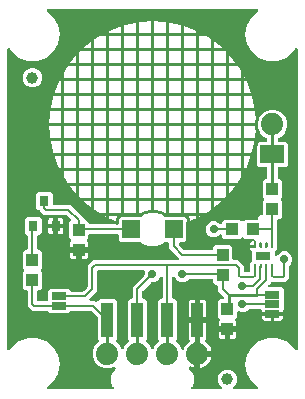
<source format=gbr>
G04 EAGLE Gerber RS-274X export*
G75*
%MOMM*%
%FSLAX34Y34*%
%LPD*%
%INTop Copper*%
%IPPOS*%
%AMOC8*
5,1,8,0,0,1.08239X$1,22.5*%
G01*
%ADD10R,0.250000X0.300000*%
%ADD11R,1.300000X0.800000*%
%ADD12R,1.000000X1.100000*%
%ADD13R,1.100000X1.000000*%
%ADD14R,0.800000X0.900000*%
%ADD15C,1.879600*%
%ADD16R,1.000000X3.000000*%
%ADD17R,1.500000X1.600000*%
%ADD18C,1.000000*%
%ADD19R,2.000000X1.500000*%
%ADD20R,1.270000X0.635000*%
%ADD21C,0.254000*%
%ADD22C,0.203200*%
%ADD23C,0.736600*%

G36*
X239152Y221550D02*
X239152Y221550D01*
X235650Y218048D01*
X233702Y217241D01*
X233677Y217227D01*
X233649Y217217D01*
X233539Y217148D01*
X233426Y217084D01*
X233405Y217063D01*
X233380Y217047D01*
X233291Y216953D01*
X233198Y216862D01*
X233182Y216837D01*
X233162Y216816D01*
X233099Y216702D01*
X233031Y216591D01*
X233023Y216563D01*
X233008Y216537D01*
X232976Y216411D01*
X232938Y216287D01*
X232936Y216258D01*
X232929Y216229D01*
X232921Y216110D01*
X232921Y216109D01*
X232919Y216069D01*
X232919Y215018D01*
X232934Y214900D01*
X232941Y214781D01*
X232954Y214743D01*
X232959Y214702D01*
X233002Y214592D01*
X233039Y214479D01*
X233061Y214444D01*
X233076Y214407D01*
X233145Y214311D01*
X233209Y214210D01*
X233239Y214182D01*
X233262Y214149D01*
X233354Y214073D01*
X233441Y213992D01*
X233476Y213972D01*
X233507Y213947D01*
X233615Y213896D01*
X233719Y213838D01*
X233759Y213828D01*
X233795Y213811D01*
X233912Y213789D01*
X234027Y213759D01*
X234087Y213755D01*
X234107Y213751D01*
X234128Y213753D01*
X234188Y213749D01*
X239863Y213749D01*
X241649Y211963D01*
X241649Y194437D01*
X239863Y192651D01*
X234188Y192651D01*
X234070Y192636D01*
X233951Y192629D01*
X233913Y192616D01*
X233872Y192611D01*
X233762Y192568D01*
X233649Y192531D01*
X233614Y192509D01*
X233577Y192494D01*
X233481Y192425D01*
X233380Y192361D01*
X233352Y192331D01*
X233319Y192308D01*
X233243Y192216D01*
X233162Y192129D01*
X233142Y192094D01*
X233117Y192063D01*
X233066Y191955D01*
X233008Y191851D01*
X232998Y191811D01*
X232981Y191775D01*
X232959Y191658D01*
X232929Y191543D01*
X232925Y191483D01*
X232921Y191463D01*
X232923Y191442D01*
X232919Y191382D01*
X232919Y183418D01*
X232934Y183300D01*
X232941Y183181D01*
X232954Y183143D01*
X232959Y183102D01*
X233002Y182992D01*
X233039Y182879D01*
X233061Y182844D01*
X233076Y182807D01*
X233145Y182711D01*
X233209Y182610D01*
X233239Y182582D01*
X233262Y182549D01*
X233354Y182473D01*
X233441Y182392D01*
X233476Y182372D01*
X233507Y182347D01*
X233615Y182296D01*
X233719Y182238D01*
X233759Y182228D01*
X233795Y182211D01*
X233912Y182189D01*
X234027Y182159D01*
X234087Y182155D01*
X234107Y182151D01*
X234128Y182153D01*
X234188Y182149D01*
X234863Y182149D01*
X236649Y180363D01*
X236649Y166837D01*
X235809Y165997D01*
X235736Y165903D01*
X235657Y165814D01*
X235639Y165778D01*
X235614Y165746D01*
X235567Y165637D01*
X235513Y165531D01*
X235504Y165492D01*
X235488Y165454D01*
X235469Y165337D01*
X235443Y165221D01*
X235444Y165180D01*
X235438Y165140D01*
X235449Y165022D01*
X235453Y164903D01*
X235464Y164864D01*
X235468Y164824D01*
X235508Y164712D01*
X235541Y164597D01*
X235562Y164562D01*
X235575Y164524D01*
X235642Y164426D01*
X235703Y164323D01*
X235742Y164278D01*
X235754Y164261D01*
X235769Y164248D01*
X235809Y164202D01*
X236649Y163363D01*
X236649Y149837D01*
X234863Y148051D01*
X233934Y148051D01*
X233816Y148036D01*
X233697Y148029D01*
X233659Y148016D01*
X233618Y148011D01*
X233508Y147968D01*
X233395Y147931D01*
X233360Y147909D01*
X233323Y147894D01*
X233227Y147825D01*
X233126Y147761D01*
X233098Y147731D01*
X233065Y147708D01*
X232989Y147616D01*
X232908Y147529D01*
X232888Y147494D01*
X232863Y147463D01*
X232812Y147355D01*
X232754Y147251D01*
X232744Y147211D01*
X232727Y147175D01*
X232705Y147058D01*
X232675Y146943D01*
X232671Y146883D01*
X232667Y146863D01*
X232669Y146842D01*
X232665Y146782D01*
X232665Y137894D01*
X232634Y137839D01*
X232619Y137781D01*
X232595Y137725D01*
X232580Y137627D01*
X232555Y137531D01*
X232549Y137431D01*
X232545Y137411D01*
X232547Y137399D01*
X232545Y137371D01*
X232545Y128879D01*
X232557Y128780D01*
X232560Y128681D01*
X232577Y128623D01*
X232585Y128563D01*
X232621Y128471D01*
X232649Y128376D01*
X232679Y128324D01*
X232702Y128267D01*
X232760Y128187D01*
X232779Y128155D01*
X232779Y122593D01*
X230900Y120715D01*
X230840Y120637D01*
X230772Y120565D01*
X230743Y120512D01*
X230706Y120464D01*
X230666Y120373D01*
X230618Y120286D01*
X230603Y120228D01*
X230579Y120172D01*
X230564Y120074D01*
X230539Y119978D01*
X230533Y119878D01*
X230529Y119858D01*
X230531Y119845D01*
X230529Y119817D01*
X230529Y118400D01*
X230537Y118330D01*
X230536Y118261D01*
X230557Y118173D01*
X230569Y118084D01*
X230594Y118019D01*
X230611Y117951D01*
X230653Y117872D01*
X230686Y117789D01*
X230727Y117732D01*
X230759Y117670D01*
X230820Y117604D01*
X230872Y117531D01*
X230926Y117487D01*
X230973Y117435D01*
X231048Y117386D01*
X231117Y117328D01*
X231181Y117299D01*
X231239Y117260D01*
X231324Y117231D01*
X231405Y117193D01*
X231474Y117180D01*
X231540Y117157D01*
X231629Y117150D01*
X231717Y117133D01*
X231787Y117137D01*
X231857Y117132D01*
X231945Y117147D01*
X232035Y117153D01*
X232101Y117174D01*
X232170Y117186D01*
X232252Y117223D01*
X232337Y117251D01*
X232396Y117288D01*
X232460Y117317D01*
X232530Y117373D01*
X232606Y117421D01*
X232654Y117472D01*
X232708Y117515D01*
X232763Y117587D01*
X232824Y117653D01*
X232858Y117714D01*
X232900Y117770D01*
X232971Y117914D01*
X233053Y118113D01*
X234947Y120007D01*
X237421Y121032D01*
X240099Y121032D01*
X242573Y120007D01*
X244467Y118113D01*
X245492Y115639D01*
X245492Y112961D01*
X244467Y110487D01*
X243196Y109216D01*
X243136Y109138D01*
X243068Y109066D01*
X243039Y109013D01*
X243002Y108965D01*
X242962Y108874D01*
X242914Y108788D01*
X242899Y108729D01*
X242875Y108673D01*
X242860Y108575D01*
X242835Y108480D01*
X242829Y108380D01*
X242825Y108359D01*
X242827Y108347D01*
X242825Y108319D01*
X242825Y98646D01*
X239174Y94995D01*
X228269Y94995D01*
X228171Y94983D01*
X228072Y94980D01*
X228014Y94963D01*
X227954Y94955D01*
X227862Y94919D01*
X227767Y94891D01*
X227715Y94861D01*
X227658Y94838D01*
X227578Y94780D01*
X227493Y94730D01*
X227417Y94664D01*
X227401Y94652D01*
X227393Y94642D01*
X227372Y94624D01*
X225467Y92718D01*
X225382Y92609D01*
X225293Y92502D01*
X225284Y92483D01*
X225272Y92467D01*
X225216Y92339D01*
X225157Y92214D01*
X225154Y92194D01*
X225146Y92175D01*
X225124Y92037D01*
X225098Y91901D01*
X225099Y91881D01*
X225096Y91861D01*
X225109Y91722D01*
X225117Y91584D01*
X225124Y91565D01*
X225126Y91545D01*
X225173Y91413D01*
X225215Y91282D01*
X225226Y91264D01*
X225233Y91245D01*
X225311Y91130D01*
X225386Y91013D01*
X225400Y90999D01*
X225412Y90982D01*
X225516Y90890D01*
X225617Y90795D01*
X225635Y90785D01*
X225650Y90772D01*
X225774Y90708D01*
X225896Y90641D01*
X225915Y90636D01*
X225933Y90627D01*
X226069Y90597D01*
X226204Y90562D01*
X226232Y90560D01*
X226244Y90557D01*
X226264Y90558D01*
X226364Y90552D01*
X236213Y90552D01*
X237999Y88766D01*
X237999Y71762D01*
X237862Y71626D01*
X237802Y71548D01*
X237734Y71476D01*
X237705Y71423D01*
X237668Y71375D01*
X237628Y71284D01*
X237580Y71197D01*
X237565Y71138D01*
X237541Y71083D01*
X237526Y70985D01*
X237501Y70889D01*
X237495Y70789D01*
X237491Y70769D01*
X237493Y70756D01*
X237491Y70728D01*
X237491Y69659D01*
X228918Y69659D01*
X228799Y69644D01*
X228681Y69636D01*
X228642Y69624D01*
X228602Y69619D01*
X228588Y69613D01*
X228558Y69619D01*
X228443Y69649D01*
X228383Y69652D01*
X228363Y69656D01*
X228342Y69655D01*
X228282Y69659D01*
X219709Y69659D01*
X219709Y70728D01*
X219697Y70827D01*
X219694Y70926D01*
X219677Y70984D01*
X219669Y71044D01*
X219633Y71136D01*
X219605Y71231D01*
X219575Y71283D01*
X219552Y71340D01*
X219494Y71420D01*
X219444Y71505D01*
X219378Y71580D01*
X219366Y71597D01*
X219356Y71605D01*
X219338Y71626D01*
X219200Y71764D01*
X219122Y71824D01*
X219050Y71892D01*
X218997Y71921D01*
X218949Y71958D01*
X218858Y71998D01*
X218771Y72046D01*
X218712Y72061D01*
X218657Y72085D01*
X218559Y72100D01*
X218463Y72125D01*
X218363Y72131D01*
X218343Y72135D01*
X218330Y72133D01*
X218302Y72135D01*
X209181Y72135D01*
X209083Y72123D01*
X208984Y72120D01*
X208926Y72103D01*
X208866Y72095D01*
X208774Y72059D01*
X208678Y72031D01*
X208626Y72001D01*
X208570Y71978D01*
X208490Y71920D01*
X208404Y71870D01*
X208329Y71804D01*
X208313Y71792D01*
X208305Y71782D01*
X208284Y71764D01*
X207013Y70493D01*
X204539Y69468D01*
X201861Y69468D01*
X200304Y70113D01*
X200256Y70126D01*
X200211Y70148D01*
X200103Y70168D01*
X199997Y70197D01*
X199947Y70198D01*
X199898Y70207D01*
X199789Y70201D01*
X199679Y70202D01*
X199631Y70191D01*
X199581Y70188D01*
X199477Y70154D01*
X199370Y70128D01*
X199326Y70105D01*
X199279Y70090D01*
X199186Y70031D01*
X199089Y69979D01*
X199052Y69946D01*
X199010Y69919D01*
X198935Y69839D01*
X198853Y69765D01*
X198826Y69724D01*
X198792Y69688D01*
X198739Y69592D01*
X198679Y69500D01*
X198662Y69453D01*
X198638Y69409D01*
X198611Y69303D01*
X198575Y69199D01*
X198571Y69149D01*
X198559Y69101D01*
X198549Y68941D01*
X198549Y65237D01*
X197350Y64038D01*
X197277Y63944D01*
X197198Y63855D01*
X197180Y63819D01*
X197155Y63787D01*
X197108Y63678D01*
X197053Y63572D01*
X197045Y63532D01*
X197029Y63495D01*
X197010Y63377D01*
X196984Y63261D01*
X196985Y63221D01*
X196979Y63181D01*
X196990Y63062D01*
X196993Y62944D01*
X197005Y62905D01*
X197009Y62864D01*
X197049Y62752D01*
X197082Y62638D01*
X197102Y62603D01*
X197116Y62565D01*
X197183Y62467D01*
X197243Y62364D01*
X197283Y62319D01*
X197295Y62302D01*
X197310Y62289D01*
X197350Y62243D01*
X197533Y62060D01*
X197868Y61481D01*
X198041Y60834D01*
X198041Y57499D01*
X191730Y57499D01*
X191612Y57484D01*
X191493Y57477D01*
X191455Y57464D01*
X191415Y57459D01*
X191304Y57416D01*
X191191Y57379D01*
X191157Y57357D01*
X191119Y57342D01*
X191023Y57273D01*
X190922Y57209D01*
X190894Y57179D01*
X190862Y57156D01*
X190786Y57064D01*
X190704Y56977D01*
X190685Y56942D01*
X190659Y56911D01*
X190608Y56803D01*
X190551Y56699D01*
X190541Y56659D01*
X190523Y56623D01*
X190503Y56516D01*
X190499Y56546D01*
X190455Y56656D01*
X190419Y56769D01*
X190397Y56804D01*
X190382Y56841D01*
X190312Y56937D01*
X190249Y57038D01*
X190219Y57066D01*
X190195Y57099D01*
X190104Y57175D01*
X190017Y57256D01*
X189982Y57276D01*
X189950Y57301D01*
X189843Y57352D01*
X189738Y57410D01*
X189699Y57420D01*
X189663Y57437D01*
X189546Y57459D01*
X189430Y57489D01*
X189370Y57493D01*
X189350Y57497D01*
X189330Y57495D01*
X189270Y57499D01*
X182959Y57499D01*
X182959Y60834D01*
X183132Y61481D01*
X183467Y62060D01*
X183650Y62243D01*
X183723Y62337D01*
X183802Y62427D01*
X183820Y62463D01*
X183845Y62495D01*
X183892Y62604D01*
X183947Y62710D01*
X183955Y62749D01*
X183971Y62786D01*
X183990Y62904D01*
X184016Y63020D01*
X184015Y63061D01*
X184021Y63101D01*
X184010Y63219D01*
X184007Y63338D01*
X183995Y63377D01*
X183991Y63417D01*
X183951Y63529D01*
X183918Y63644D01*
X183898Y63678D01*
X183884Y63716D01*
X183817Y63815D01*
X183757Y63917D01*
X183717Y63963D01*
X183705Y63980D01*
X183690Y63993D01*
X183650Y64038D01*
X182451Y65237D01*
X182451Y78763D01*
X184237Y80549D01*
X186182Y80549D01*
X186300Y80564D01*
X186419Y80571D01*
X186457Y80584D01*
X186498Y80589D01*
X186608Y80632D01*
X186721Y80669D01*
X186756Y80691D01*
X186793Y80706D01*
X186889Y80775D01*
X186990Y80839D01*
X187018Y80869D01*
X187051Y80892D01*
X187127Y80984D01*
X187208Y81071D01*
X187228Y81106D01*
X187253Y81137D01*
X187304Y81245D01*
X187362Y81349D01*
X187372Y81389D01*
X187389Y81425D01*
X187411Y81542D01*
X187441Y81657D01*
X187445Y81717D01*
X187449Y81737D01*
X187447Y81758D01*
X187451Y81818D01*
X187451Y81865D01*
X187439Y81963D01*
X187436Y82062D01*
X187419Y82120D01*
X187411Y82180D01*
X187375Y82272D01*
X187347Y82367D01*
X187317Y82419D01*
X187294Y82476D01*
X187236Y82556D01*
X187186Y82641D01*
X187120Y82717D01*
X187108Y82733D01*
X187098Y82741D01*
X187080Y82762D01*
X182625Y87216D01*
X182625Y90902D01*
X182610Y91020D01*
X182603Y91139D01*
X182590Y91177D01*
X182585Y91218D01*
X182542Y91328D01*
X182505Y91441D01*
X182483Y91476D01*
X182468Y91513D01*
X182399Y91609D01*
X182335Y91710D01*
X182305Y91738D01*
X182282Y91771D01*
X182190Y91847D01*
X182103Y91928D01*
X182068Y91948D01*
X182037Y91973D01*
X181929Y92024D01*
X181825Y92082D01*
X181785Y92092D01*
X181749Y92109D01*
X181632Y92131D01*
X181517Y92161D01*
X181457Y92165D01*
X181437Y92169D01*
X181416Y92167D01*
X181356Y92171D01*
X180427Y92171D01*
X178641Y93957D01*
X178641Y96266D01*
X178626Y96384D01*
X178619Y96503D01*
X178606Y96541D01*
X178601Y96582D01*
X178558Y96692D01*
X178521Y96805D01*
X178499Y96840D01*
X178484Y96877D01*
X178415Y96973D01*
X178351Y97074D01*
X178321Y97102D01*
X178298Y97135D01*
X178206Y97211D01*
X178119Y97292D01*
X178084Y97312D01*
X178053Y97337D01*
X177945Y97388D01*
X177841Y97446D01*
X177801Y97456D01*
X177765Y97473D01*
X177648Y97495D01*
X177533Y97525D01*
X177473Y97529D01*
X177453Y97533D01*
X177432Y97531D01*
X177372Y97535D01*
X158381Y97535D01*
X158283Y97523D01*
X158184Y97520D01*
X158126Y97503D01*
X158066Y97495D01*
X157974Y97459D01*
X157878Y97431D01*
X157826Y97401D01*
X157770Y97378D01*
X157690Y97320D01*
X157604Y97270D01*
X157529Y97204D01*
X157513Y97192D01*
X157505Y97182D01*
X157484Y97164D01*
X156213Y95893D01*
X153739Y94868D01*
X151061Y94868D01*
X148587Y95893D01*
X146693Y97787D01*
X146207Y98961D01*
X146172Y99022D01*
X146146Y99087D01*
X146094Y99159D01*
X146049Y99238D01*
X146001Y99288D01*
X145960Y99344D01*
X145890Y99401D01*
X145828Y99466D01*
X145768Y99502D01*
X145715Y99547D01*
X145633Y99585D01*
X145557Y99632D01*
X145490Y99653D01*
X145427Y99682D01*
X145339Y99699D01*
X145253Y99726D01*
X145183Y99729D01*
X145114Y99742D01*
X145025Y99737D01*
X144935Y99741D01*
X144867Y99727D01*
X144797Y99723D01*
X144712Y99695D01*
X144624Y99677D01*
X144561Y99646D01*
X144495Y99624D01*
X144419Y99576D01*
X144338Y99537D01*
X144285Y99492D01*
X144226Y99454D01*
X144164Y99389D01*
X144096Y99331D01*
X144056Y99274D01*
X144008Y99223D01*
X143965Y99144D01*
X143913Y99071D01*
X143888Y99005D01*
X143854Y98944D01*
X143832Y98857D01*
X143800Y98773D01*
X143792Y98704D01*
X143775Y98636D01*
X143765Y98476D01*
X143765Y82018D01*
X143780Y81900D01*
X143787Y81781D01*
X143800Y81743D01*
X143805Y81702D01*
X143848Y81592D01*
X143885Y81479D01*
X143907Y81444D01*
X143922Y81407D01*
X143991Y81311D01*
X144055Y81210D01*
X144085Y81182D01*
X144108Y81149D01*
X144200Y81073D01*
X144287Y80992D01*
X144322Y80972D01*
X144353Y80947D01*
X144461Y80896D01*
X144565Y80838D01*
X144605Y80828D01*
X144641Y80811D01*
X144758Y80789D01*
X144873Y80759D01*
X144933Y80755D01*
X144953Y80751D01*
X144974Y80753D01*
X145034Y80749D01*
X145963Y80749D01*
X147749Y78963D01*
X147749Y46437D01*
X147349Y46038D01*
X147277Y45944D01*
X147198Y45855D01*
X147179Y45819D01*
X147155Y45787D01*
X147107Y45677D01*
X147053Y45571D01*
X147044Y45532D01*
X147028Y45495D01*
X147009Y45377D01*
X146983Y45261D01*
X146985Y45221D01*
X146978Y45181D01*
X146989Y45062D01*
X146993Y44943D01*
X147004Y44904D01*
X147008Y44864D01*
X147048Y44752D01*
X147081Y44638D01*
X147102Y44603D01*
X147116Y44565D01*
X147183Y44466D01*
X147243Y44364D01*
X147283Y44319D01*
X147294Y44302D01*
X147310Y44288D01*
X147349Y44243D01*
X150252Y41340D01*
X151505Y38315D01*
X151520Y38289D01*
X151529Y38260D01*
X151599Y38151D01*
X151663Y38038D01*
X151684Y38017D01*
X151699Y37992D01*
X151794Y37903D01*
X151884Y37810D01*
X151909Y37794D01*
X151931Y37774D01*
X152045Y37711D01*
X152155Y37644D01*
X152184Y37635D01*
X152210Y37621D01*
X152335Y37588D01*
X152459Y37550D01*
X152489Y37549D01*
X152518Y37541D01*
X152647Y37541D01*
X152777Y37535D01*
X152806Y37541D01*
X152836Y37541D01*
X152961Y37573D01*
X153088Y37599D01*
X153115Y37612D01*
X153144Y37620D01*
X153257Y37682D01*
X153374Y37739D01*
X153397Y37758D01*
X153423Y37773D01*
X153517Y37861D01*
X153616Y37945D01*
X153633Y37970D01*
X153655Y37990D01*
X153724Y38099D01*
X153799Y38205D01*
X153810Y38233D01*
X153826Y38258D01*
X153885Y38408D01*
X154036Y38873D01*
X154889Y40547D01*
X155994Y42068D01*
X157322Y43396D01*
X158140Y43991D01*
X158184Y44032D01*
X158233Y44065D01*
X158299Y44140D01*
X158372Y44208D01*
X158404Y44259D01*
X158444Y44303D01*
X158489Y44392D01*
X158543Y44477D01*
X158561Y44533D01*
X158588Y44587D01*
X158610Y44684D01*
X158641Y44779D01*
X158645Y44839D01*
X158658Y44897D01*
X158655Y44997D01*
X158661Y45097D01*
X158650Y45155D01*
X158648Y45215D01*
X158620Y45311D01*
X158602Y45409D01*
X158576Y45463D01*
X158560Y45520D01*
X158509Y45606D01*
X158466Y45697D01*
X158429Y45743D01*
X158398Y45794D01*
X158292Y45915D01*
X158067Y46140D01*
X157732Y46719D01*
X157559Y47366D01*
X157559Y60201D01*
X162601Y60201D01*
X162601Y44166D01*
X162571Y44051D01*
X162567Y43991D01*
X162563Y43971D01*
X162565Y43950D01*
X162561Y43890D01*
X162561Y35560D01*
X162576Y35442D01*
X162583Y35323D01*
X162596Y35285D01*
X162601Y35245D01*
X162644Y35134D01*
X162681Y35021D01*
X162703Y34987D01*
X162718Y34949D01*
X162788Y34853D01*
X162851Y34752D01*
X162881Y34724D01*
X162904Y34692D01*
X162996Y34616D01*
X163083Y34534D01*
X163118Y34515D01*
X163149Y34489D01*
X163257Y34438D01*
X163361Y34381D01*
X163401Y34370D01*
X163437Y34353D01*
X163554Y34331D01*
X163669Y34301D01*
X163730Y34297D01*
X163750Y34293D01*
X163770Y34295D01*
X163830Y34291D01*
X165101Y34291D01*
X165101Y34289D01*
X163830Y34289D01*
X163712Y34274D01*
X163593Y34267D01*
X163555Y34254D01*
X163514Y34249D01*
X163404Y34205D01*
X163291Y34169D01*
X163256Y34147D01*
X163219Y34132D01*
X163123Y34062D01*
X163022Y33999D01*
X162994Y33969D01*
X162961Y33945D01*
X162886Y33854D01*
X162804Y33767D01*
X162784Y33732D01*
X162759Y33700D01*
X162708Y33593D01*
X162650Y33488D01*
X162640Y33449D01*
X162623Y33413D01*
X162601Y33296D01*
X162571Y33181D01*
X162567Y33120D01*
X162563Y33100D01*
X162565Y33080D01*
X162561Y33020D01*
X162561Y22605D01*
X162304Y22645D01*
X160517Y23226D01*
X159834Y23574D01*
X159741Y23608D01*
X159651Y23650D01*
X159592Y23661D01*
X159535Y23682D01*
X159436Y23691D01*
X159338Y23710D01*
X159278Y23706D01*
X159218Y23712D01*
X159120Y23696D01*
X159021Y23690D01*
X158964Y23671D01*
X158904Y23662D01*
X158813Y23622D01*
X158719Y23592D01*
X158668Y23560D01*
X158612Y23536D01*
X158534Y23475D01*
X158450Y23422D01*
X158408Y23378D01*
X158361Y23341D01*
X158300Y23263D01*
X158232Y23190D01*
X158203Y23137D01*
X158166Y23090D01*
X158126Y22998D01*
X158078Y22912D01*
X158063Y22853D01*
X158039Y22798D01*
X158024Y22700D01*
X157999Y22604D01*
X157993Y22504D01*
X157989Y22484D01*
X157991Y22472D01*
X157989Y22443D01*
X157989Y21848D01*
X158001Y21750D01*
X158004Y21651D01*
X158021Y21593D01*
X158029Y21533D01*
X158065Y21440D01*
X158093Y21345D01*
X158123Y21293D01*
X158146Y21237D01*
X158204Y21157D01*
X158254Y21071D01*
X158291Y21030D01*
X158293Y21026D01*
X158298Y21021D01*
X158320Y20996D01*
X158332Y20980D01*
X158342Y20972D01*
X158360Y20951D01*
X160919Y18392D01*
X162449Y14699D01*
X162449Y10701D01*
X160919Y7008D01*
X160143Y6231D01*
X160058Y6122D01*
X159969Y6015D01*
X159960Y5996D01*
X159948Y5980D01*
X159892Y5853D01*
X159833Y5727D01*
X159829Y5707D01*
X159821Y5688D01*
X159799Y5550D01*
X159773Y5414D01*
X159775Y5394D01*
X159771Y5374D01*
X159784Y5235D01*
X159793Y5097D01*
X159799Y5078D01*
X159801Y5058D01*
X159848Y4926D01*
X159891Y4795D01*
X159902Y4777D01*
X159909Y4758D01*
X159987Y4643D01*
X160061Y4526D01*
X160076Y4512D01*
X160087Y4495D01*
X160191Y4403D01*
X160293Y4308D01*
X160311Y4298D01*
X160326Y4285D01*
X160450Y4222D01*
X160571Y4154D01*
X160591Y4149D01*
X160609Y4140D01*
X160745Y4110D01*
X160879Y4075D01*
X160907Y4073D01*
X160919Y4070D01*
X160940Y4071D01*
X161040Y4065D01*
X184688Y4065D01*
X184826Y4082D01*
X184965Y4095D01*
X184984Y4102D01*
X185004Y4105D01*
X185133Y4156D01*
X185264Y4203D01*
X185281Y4214D01*
X185300Y4222D01*
X185412Y4303D01*
X185527Y4381D01*
X185541Y4397D01*
X185557Y4408D01*
X185646Y4516D01*
X185738Y4620D01*
X185747Y4638D01*
X185760Y4653D01*
X185819Y4779D01*
X185882Y4903D01*
X185887Y4923D01*
X185895Y4941D01*
X185921Y5077D01*
X185952Y5213D01*
X185951Y5234D01*
X185955Y5253D01*
X185946Y5391D01*
X185942Y5531D01*
X185937Y5551D01*
X185935Y5571D01*
X185893Y5703D01*
X185854Y5837D01*
X185844Y5854D01*
X185837Y5873D01*
X185763Y5991D01*
X185692Y6111D01*
X185674Y6132D01*
X185667Y6142D01*
X185652Y6156D01*
X185586Y6231D01*
X183677Y8141D01*
X182451Y11099D01*
X182451Y14301D01*
X183677Y17259D01*
X185941Y19523D01*
X188899Y20749D01*
X192101Y20749D01*
X195059Y19523D01*
X197323Y17259D01*
X198549Y14301D01*
X198549Y11099D01*
X197323Y8141D01*
X195414Y6231D01*
X195329Y6122D01*
X195240Y6015D01*
X195232Y5996D01*
X195219Y5980D01*
X195164Y5852D01*
X195105Y5727D01*
X195101Y5707D01*
X195093Y5688D01*
X195071Y5550D01*
X195045Y5414D01*
X195046Y5394D01*
X195043Y5374D01*
X195056Y5235D01*
X195065Y5097D01*
X195071Y5078D01*
X195073Y5058D01*
X195120Y4926D01*
X195163Y4795D01*
X195174Y4777D01*
X195180Y4758D01*
X195258Y4643D01*
X195333Y4526D01*
X195348Y4512D01*
X195359Y4495D01*
X195463Y4403D01*
X195564Y4308D01*
X195582Y4298D01*
X195597Y4285D01*
X195722Y4221D01*
X195843Y4154D01*
X195863Y4149D01*
X195881Y4140D01*
X196016Y4110D01*
X196151Y4075D01*
X196179Y4073D01*
X196191Y4070D01*
X196211Y4071D01*
X196312Y4065D01*
X215369Y4065D01*
X215404Y4069D01*
X215440Y4067D01*
X215562Y4089D01*
X215685Y4105D01*
X215718Y4118D01*
X215753Y4124D01*
X215865Y4176D01*
X215981Y4222D01*
X216009Y4242D01*
X216041Y4257D01*
X216138Y4336D01*
X216238Y4408D01*
X216260Y4436D01*
X216288Y4458D01*
X216361Y4558D01*
X216441Y4653D01*
X216456Y4685D01*
X216477Y4714D01*
X216523Y4829D01*
X216576Y4941D01*
X216583Y4976D01*
X216596Y5009D01*
X216613Y5132D01*
X216636Y5253D01*
X216634Y5289D01*
X216639Y5324D01*
X216624Y5447D01*
X216616Y5571D01*
X216605Y5605D01*
X216601Y5640D01*
X216556Y5755D01*
X216518Y5873D01*
X216499Y5903D01*
X216486Y5936D01*
X216415Y6037D01*
X216348Y6142D01*
X216322Y6166D01*
X216302Y6195D01*
X216185Y6306D01*
X211015Y10644D01*
X207029Y17549D01*
X205645Y25400D01*
X207029Y33251D01*
X211015Y40155D01*
X217122Y45280D01*
X224614Y48007D01*
X232586Y48007D01*
X240078Y45280D01*
X246185Y40156D01*
X247567Y37762D01*
X247655Y37646D01*
X247740Y37528D01*
X247751Y37519D01*
X247759Y37509D01*
X247873Y37418D01*
X247985Y37325D01*
X247998Y37319D01*
X248008Y37311D01*
X248142Y37251D01*
X248273Y37190D01*
X248286Y37187D01*
X248299Y37182D01*
X248443Y37157D01*
X248586Y37130D01*
X248599Y37131D01*
X248612Y37128D01*
X248758Y37141D01*
X248903Y37150D01*
X248916Y37154D01*
X248929Y37155D01*
X249067Y37203D01*
X249205Y37248D01*
X249217Y37255D01*
X249230Y37259D01*
X249351Y37340D01*
X249474Y37418D01*
X249483Y37428D01*
X249495Y37435D01*
X249592Y37543D01*
X249692Y37649D01*
X249699Y37661D01*
X249708Y37671D01*
X249775Y37801D01*
X249846Y37928D01*
X249849Y37941D01*
X249855Y37953D01*
X249889Y38095D01*
X249925Y38236D01*
X249926Y38254D01*
X249928Y38263D01*
X249928Y38280D01*
X249935Y38397D01*
X249935Y291803D01*
X249917Y291948D01*
X249902Y292093D01*
X249897Y292106D01*
X249895Y292119D01*
X249842Y292254D01*
X249791Y292391D01*
X249783Y292402D01*
X249778Y292415D01*
X249693Y292533D01*
X249610Y292652D01*
X249600Y292661D01*
X249592Y292672D01*
X249479Y292765D01*
X249369Y292860D01*
X249357Y292866D01*
X249347Y292875D01*
X249215Y292937D01*
X249084Y293002D01*
X249071Y293005D01*
X249059Y293010D01*
X248917Y293037D01*
X248773Y293068D01*
X248760Y293068D01*
X248747Y293070D01*
X248602Y293061D01*
X248456Y293055D01*
X248443Y293051D01*
X248429Y293050D01*
X248291Y293006D01*
X248151Y292963D01*
X248139Y292956D01*
X248127Y292952D01*
X248004Y292875D01*
X247879Y292799D01*
X247869Y292789D01*
X247858Y292782D01*
X247758Y292676D01*
X247656Y292572D01*
X247646Y292557D01*
X247640Y292551D01*
X247632Y292536D01*
X247567Y292438D01*
X246185Y290045D01*
X240078Y284920D01*
X232586Y282193D01*
X224614Y282193D01*
X217122Y284920D01*
X211015Y290044D01*
X207029Y296949D01*
X205645Y304800D01*
X207029Y312651D01*
X211015Y319555D01*
X216185Y323894D01*
X216209Y323920D01*
X216238Y323940D01*
X216317Y324036D01*
X216401Y324127D01*
X216418Y324158D01*
X216441Y324185D01*
X216494Y324298D01*
X216553Y324407D01*
X216561Y324441D01*
X216576Y324473D01*
X216599Y324595D01*
X216630Y324715D01*
X216629Y324751D01*
X216636Y324786D01*
X216628Y324909D01*
X216627Y325033D01*
X216618Y325068D01*
X216616Y325103D01*
X216578Y325221D01*
X216546Y325341D01*
X216529Y325372D01*
X216518Y325405D01*
X216452Y325510D01*
X216391Y325619D01*
X216367Y325644D01*
X216348Y325674D01*
X216258Y325759D01*
X216172Y325849D01*
X216142Y325868D01*
X216116Y325892D01*
X216008Y325952D01*
X215903Y326018D01*
X215869Y326029D01*
X215838Y326046D01*
X215718Y326077D01*
X215600Y326114D01*
X215564Y326116D01*
X215530Y326125D01*
X215369Y326135D01*
X38631Y326135D01*
X38596Y326131D01*
X38560Y326133D01*
X38438Y326111D01*
X38315Y326095D01*
X38282Y326082D01*
X38247Y326076D01*
X38135Y326024D01*
X38019Y325978D01*
X37991Y325958D01*
X37959Y325943D01*
X37862Y325864D01*
X37762Y325792D01*
X37740Y325764D01*
X37712Y325742D01*
X37639Y325642D01*
X37559Y325547D01*
X37544Y325515D01*
X37523Y325486D01*
X37477Y325371D01*
X37424Y325259D01*
X37417Y325224D01*
X37404Y325191D01*
X37387Y325068D01*
X37364Y324947D01*
X37366Y324911D01*
X37361Y324876D01*
X37376Y324753D01*
X37384Y324629D01*
X37395Y324595D01*
X37399Y324560D01*
X37444Y324445D01*
X37482Y324327D01*
X37501Y324297D01*
X37514Y324264D01*
X37585Y324163D01*
X37652Y324058D01*
X37678Y324034D01*
X37698Y324005D01*
X37815Y323894D01*
X42985Y319556D01*
X46971Y312651D01*
X48355Y304800D01*
X46971Y296949D01*
X42985Y290045D01*
X36878Y284920D01*
X29386Y282193D01*
X21414Y282193D01*
X13922Y284920D01*
X7815Y290044D01*
X6433Y292438D01*
X6345Y292554D01*
X6260Y292672D01*
X6249Y292681D01*
X6241Y292691D01*
X6127Y292782D01*
X6015Y292875D01*
X6002Y292881D01*
X5992Y292889D01*
X5858Y292949D01*
X5727Y293010D01*
X5714Y293013D01*
X5701Y293018D01*
X5557Y293043D01*
X5414Y293070D01*
X5401Y293069D01*
X5388Y293072D01*
X5242Y293059D01*
X5097Y293050D01*
X5084Y293046D01*
X5071Y293045D01*
X4933Y292997D01*
X4795Y292952D01*
X4783Y292945D01*
X4770Y292941D01*
X4649Y292860D01*
X4526Y292782D01*
X4517Y292772D01*
X4505Y292765D01*
X4408Y292657D01*
X4308Y292551D01*
X4301Y292539D01*
X4292Y292529D01*
X4225Y292399D01*
X4154Y292272D01*
X4151Y292259D01*
X4145Y292247D01*
X4111Y292105D01*
X4075Y291964D01*
X4074Y291946D01*
X4072Y291937D01*
X4072Y291920D01*
X4065Y291803D01*
X4065Y38397D01*
X4083Y38252D01*
X4098Y38107D01*
X4103Y38094D01*
X4105Y38081D01*
X4158Y37945D01*
X4209Y37809D01*
X4217Y37798D01*
X4222Y37785D01*
X4307Y37668D01*
X4390Y37548D01*
X4401Y37539D01*
X4408Y37528D01*
X4521Y37435D01*
X4631Y37340D01*
X4643Y37334D01*
X4653Y37325D01*
X4785Y37263D01*
X4916Y37198D01*
X4929Y37195D01*
X4941Y37190D01*
X5083Y37162D01*
X5227Y37132D01*
X5240Y37132D01*
X5253Y37130D01*
X5398Y37139D01*
X5544Y37145D01*
X5558Y37149D01*
X5571Y37150D01*
X5709Y37194D01*
X5849Y37237D01*
X5861Y37244D01*
X5873Y37248D01*
X5996Y37325D01*
X6121Y37401D01*
X6131Y37411D01*
X6142Y37418D01*
X6242Y37524D01*
X6344Y37628D01*
X6354Y37643D01*
X6360Y37649D01*
X6368Y37664D01*
X6433Y37762D01*
X7815Y40155D01*
X13922Y45280D01*
X21414Y48007D01*
X29386Y48007D01*
X36878Y45280D01*
X42985Y40156D01*
X46971Y33251D01*
X48355Y25400D01*
X46971Y17549D01*
X42985Y10645D01*
X37815Y6306D01*
X37791Y6280D01*
X37762Y6260D01*
X37683Y6164D01*
X37599Y6073D01*
X37582Y6042D01*
X37559Y6015D01*
X37506Y5902D01*
X37447Y5793D01*
X37439Y5759D01*
X37424Y5727D01*
X37401Y5605D01*
X37370Y5485D01*
X37371Y5449D01*
X37364Y5414D01*
X37372Y5291D01*
X37373Y5167D01*
X37382Y5132D01*
X37384Y5097D01*
X37422Y4979D01*
X37454Y4859D01*
X37471Y4828D01*
X37482Y4795D01*
X37548Y4690D01*
X37609Y4581D01*
X37633Y4556D01*
X37652Y4526D01*
X37742Y4441D01*
X37828Y4351D01*
X37858Y4332D01*
X37884Y4308D01*
X37992Y4248D01*
X38097Y4182D01*
X38131Y4171D01*
X38162Y4154D01*
X38282Y4123D01*
X38400Y4086D01*
X38436Y4084D01*
X38470Y4075D01*
X38631Y4065D01*
X92960Y4065D01*
X93098Y4082D01*
X93236Y4095D01*
X93255Y4102D01*
X93276Y4105D01*
X93405Y4156D01*
X93536Y4203D01*
X93552Y4214D01*
X93571Y4222D01*
X93683Y4303D01*
X93799Y4381D01*
X93812Y4397D01*
X93829Y4408D01*
X93917Y4516D01*
X94009Y4620D01*
X94018Y4638D01*
X94031Y4653D01*
X94091Y4779D01*
X94154Y4903D01*
X94158Y4923D01*
X94167Y4941D01*
X94193Y5078D01*
X94223Y5213D01*
X94223Y5234D01*
X94227Y5253D01*
X94218Y5391D01*
X94214Y5531D01*
X94208Y5551D01*
X94207Y5571D01*
X94164Y5703D01*
X94125Y5837D01*
X94115Y5854D01*
X94109Y5873D01*
X94035Y5991D01*
X93964Y6111D01*
X93945Y6132D01*
X93939Y6142D01*
X93924Y6156D01*
X93857Y6231D01*
X93081Y7008D01*
X91551Y10701D01*
X91551Y14699D01*
X93081Y18392D01*
X95640Y20951D01*
X95700Y21029D01*
X95768Y21101D01*
X95792Y21145D01*
X95800Y21154D01*
X95803Y21162D01*
X95834Y21202D01*
X95874Y21293D01*
X95922Y21379D01*
X95937Y21438D01*
X95961Y21494D01*
X95976Y21592D01*
X95979Y21602D01*
X95992Y21645D01*
X95993Y21655D01*
X96001Y21687D01*
X96007Y21787D01*
X96011Y21808D01*
X96009Y21820D01*
X96011Y21848D01*
X96011Y21864D01*
X96005Y21913D01*
X96007Y21963D01*
X95987Y22064D01*
X95981Y22124D01*
X95977Y22135D01*
X95971Y22179D01*
X95953Y22226D01*
X95943Y22274D01*
X95895Y22373D01*
X95854Y22475D01*
X95825Y22515D01*
X95803Y22560D01*
X95732Y22643D01*
X95668Y22732D01*
X95629Y22764D01*
X95597Y22802D01*
X95507Y22865D01*
X95423Y22935D01*
X95378Y22956D01*
X95337Y22985D01*
X95234Y23024D01*
X95135Y23071D01*
X95086Y23080D01*
X95040Y23098D01*
X94930Y23110D01*
X94823Y23130D01*
X94773Y23127D01*
X94724Y23133D01*
X94615Y23118D01*
X94505Y23111D01*
X94458Y23095D01*
X94409Y23088D01*
X94256Y23036D01*
X91376Y21843D01*
X86424Y21843D01*
X81850Y23738D01*
X78348Y27240D01*
X76453Y31814D01*
X76453Y36766D01*
X78348Y41340D01*
X81251Y44243D01*
X81324Y44337D01*
X81402Y44426D01*
X81421Y44462D01*
X81446Y44494D01*
X81493Y44604D01*
X81547Y44709D01*
X81556Y44749D01*
X81572Y44786D01*
X81591Y44904D01*
X81617Y45020D01*
X81615Y45060D01*
X81622Y45100D01*
X81611Y45219D01*
X81607Y45338D01*
X81596Y45376D01*
X81592Y45417D01*
X81552Y45529D01*
X81519Y45643D01*
X81498Y45678D01*
X81484Y45716D01*
X81417Y45814D01*
X81357Y45917D01*
X81317Y45962D01*
X81306Y45979D01*
X81290Y45993D01*
X81251Y46038D01*
X80851Y46437D01*
X80851Y64475D01*
X80839Y64573D01*
X80836Y64672D01*
X80819Y64730D01*
X80811Y64790D01*
X80775Y64882D01*
X80747Y64977D01*
X80717Y65029D01*
X80694Y65086D01*
X80636Y65166D01*
X80586Y65251D01*
X80520Y65327D01*
X80508Y65343D01*
X80498Y65351D01*
X80480Y65372D01*
X75612Y70240D01*
X75534Y70300D01*
X75462Y70368D01*
X75409Y70397D01*
X75361Y70434D01*
X75270Y70474D01*
X75183Y70522D01*
X75125Y70537D01*
X75069Y70561D01*
X74971Y70576D01*
X74875Y70601D01*
X74775Y70607D01*
X74755Y70611D01*
X74743Y70609D01*
X74715Y70611D01*
X58558Y70611D01*
X58459Y70599D01*
X58360Y70596D01*
X58302Y70579D01*
X58242Y70571D01*
X58150Y70535D01*
X58055Y70507D01*
X58003Y70477D01*
X57946Y70454D01*
X57866Y70396D01*
X57781Y70346D01*
X57706Y70280D01*
X57689Y70268D01*
X57681Y70258D01*
X57660Y70240D01*
X55873Y68452D01*
X40647Y68452D01*
X38860Y70240D01*
X38782Y70300D01*
X38710Y70368D01*
X38657Y70397D01*
X38609Y70434D01*
X38518Y70474D01*
X38431Y70522D01*
X38372Y70537D01*
X38317Y70561D01*
X38219Y70576D01*
X38123Y70601D01*
X38023Y70607D01*
X38003Y70611D01*
X37990Y70609D01*
X37962Y70611D01*
X25240Y70611D01*
X21335Y74516D01*
X21335Y87092D01*
X21320Y87210D01*
X21313Y87329D01*
X21300Y87367D01*
X21295Y87408D01*
X21252Y87518D01*
X21215Y87631D01*
X21193Y87666D01*
X21178Y87703D01*
X21109Y87799D01*
X21045Y87900D01*
X21015Y87928D01*
X20992Y87961D01*
X20900Y88037D01*
X20813Y88118D01*
X20778Y88138D01*
X20747Y88163D01*
X20639Y88214D01*
X20535Y88272D01*
X20495Y88282D01*
X20459Y88299D01*
X20342Y88321D01*
X20227Y88351D01*
X20167Y88355D01*
X20147Y88359D01*
X20126Y88357D01*
X20066Y88361D01*
X19137Y88361D01*
X17351Y90147D01*
X17351Y103673D01*
X18191Y104512D01*
X18264Y104606D01*
X18343Y104696D01*
X18361Y104732D01*
X18386Y104764D01*
X18433Y104873D01*
X18487Y104979D01*
X18496Y105018D01*
X18512Y105056D01*
X18531Y105173D01*
X18557Y105289D01*
X18556Y105330D01*
X18562Y105370D01*
X18551Y105488D01*
X18547Y105607D01*
X18536Y105646D01*
X18532Y105686D01*
X18492Y105799D01*
X18459Y105913D01*
X18438Y105947D01*
X18425Y105986D01*
X18358Y106084D01*
X18297Y106187D01*
X18257Y106232D01*
X18246Y106249D01*
X18231Y106262D01*
X18191Y106307D01*
X17351Y107147D01*
X17351Y120673D01*
X19137Y122459D01*
X20066Y122459D01*
X20184Y122474D01*
X20303Y122481D01*
X20341Y122494D01*
X20382Y122499D01*
X20492Y122542D01*
X20605Y122579D01*
X20640Y122601D01*
X20677Y122616D01*
X20773Y122685D01*
X20874Y122749D01*
X20902Y122779D01*
X20935Y122802D01*
X21011Y122894D01*
X21092Y122981D01*
X21112Y123016D01*
X21137Y123047D01*
X21188Y123155D01*
X21246Y123259D01*
X21256Y123299D01*
X21273Y123335D01*
X21295Y123452D01*
X21325Y123567D01*
X21329Y123627D01*
X21333Y123647D01*
X21331Y123668D01*
X21335Y123728D01*
X21335Y133787D01*
X21323Y133886D01*
X21320Y133985D01*
X21303Y134043D01*
X21295Y134103D01*
X21259Y134195D01*
X21231Y134290D01*
X21201Y134342D01*
X21178Y134399D01*
X21120Y134479D01*
X21070Y134564D01*
X21004Y134639D01*
X20992Y134656D01*
X20982Y134664D01*
X20964Y134685D01*
X19011Y136637D01*
X19011Y148163D01*
X20797Y149949D01*
X31323Y149949D01*
X33109Y148163D01*
X33109Y136637D01*
X31323Y134851D01*
X30734Y134851D01*
X30616Y134836D01*
X30497Y134829D01*
X30459Y134816D01*
X30418Y134811D01*
X30308Y134768D01*
X30195Y134731D01*
X30160Y134709D01*
X30123Y134694D01*
X30027Y134625D01*
X29926Y134561D01*
X29898Y134531D01*
X29865Y134508D01*
X29789Y134416D01*
X29708Y134329D01*
X29688Y134294D01*
X29663Y134263D01*
X29612Y134155D01*
X29554Y134051D01*
X29544Y134011D01*
X29527Y133975D01*
X29505Y133858D01*
X29475Y133743D01*
X29471Y133683D01*
X29467Y133663D01*
X29469Y133642D01*
X29465Y133582D01*
X29465Y123728D01*
X29480Y123610D01*
X29487Y123491D01*
X29500Y123453D01*
X29505Y123412D01*
X29548Y123302D01*
X29585Y123189D01*
X29607Y123154D01*
X29622Y123117D01*
X29691Y123021D01*
X29755Y122920D01*
X29785Y122892D01*
X29808Y122859D01*
X29900Y122783D01*
X29987Y122702D01*
X30022Y122682D01*
X30053Y122657D01*
X30161Y122606D01*
X30265Y122548D01*
X30305Y122538D01*
X30341Y122521D01*
X30458Y122499D01*
X30573Y122469D01*
X30633Y122465D01*
X30653Y122461D01*
X30674Y122463D01*
X30734Y122459D01*
X31663Y122459D01*
X33449Y120673D01*
X33449Y107147D01*
X32609Y106307D01*
X32536Y106213D01*
X32457Y106124D01*
X32439Y106088D01*
X32414Y106056D01*
X32367Y105947D01*
X32313Y105841D01*
X32304Y105802D01*
X32288Y105764D01*
X32269Y105647D01*
X32243Y105531D01*
X32244Y105490D01*
X32238Y105450D01*
X32249Y105332D01*
X32253Y105213D01*
X32264Y105174D01*
X32268Y105134D01*
X32308Y105022D01*
X32341Y104907D01*
X32362Y104872D01*
X32375Y104834D01*
X32442Y104736D01*
X32503Y104633D01*
X32542Y104588D01*
X32554Y104571D01*
X32569Y104558D01*
X32609Y104512D01*
X33449Y103673D01*
X33449Y90147D01*
X31663Y88361D01*
X30734Y88361D01*
X30616Y88346D01*
X30497Y88339D01*
X30459Y88326D01*
X30418Y88321D01*
X30308Y88278D01*
X30195Y88241D01*
X30160Y88219D01*
X30123Y88204D01*
X30027Y88135D01*
X29926Y88071D01*
X29898Y88041D01*
X29865Y88018D01*
X29789Y87926D01*
X29708Y87839D01*
X29688Y87804D01*
X29663Y87773D01*
X29612Y87665D01*
X29554Y87561D01*
X29544Y87521D01*
X29527Y87485D01*
X29505Y87368D01*
X29475Y87253D01*
X29471Y87193D01*
X29467Y87173D01*
X29469Y87152D01*
X29465Y87092D01*
X29465Y80010D01*
X29480Y79892D01*
X29487Y79773D01*
X29500Y79735D01*
X29505Y79694D01*
X29548Y79584D01*
X29585Y79471D01*
X29607Y79436D01*
X29622Y79399D01*
X29691Y79303D01*
X29755Y79202D01*
X29785Y79174D01*
X29808Y79141D01*
X29900Y79065D01*
X29987Y78984D01*
X30022Y78964D01*
X30053Y78939D01*
X30161Y78888D01*
X30265Y78830D01*
X30305Y78820D01*
X30341Y78803D01*
X30458Y78781D01*
X30573Y78751D01*
X30633Y78747D01*
X30653Y78743D01*
X30674Y78745D01*
X30734Y78741D01*
X37592Y78741D01*
X37710Y78756D01*
X37829Y78763D01*
X37867Y78776D01*
X37908Y78781D01*
X38018Y78824D01*
X38131Y78861D01*
X38166Y78883D01*
X38203Y78898D01*
X38299Y78967D01*
X38400Y79031D01*
X38428Y79061D01*
X38461Y79084D01*
X38537Y79176D01*
X38618Y79263D01*
X38638Y79298D01*
X38663Y79329D01*
X38714Y79437D01*
X38772Y79541D01*
X38782Y79581D01*
X38799Y79617D01*
X38821Y79734D01*
X38851Y79849D01*
X38855Y79909D01*
X38859Y79929D01*
X38857Y79950D01*
X38861Y80010D01*
X38861Y87242D01*
X40647Y89028D01*
X55873Y89028D01*
X57660Y87240D01*
X57738Y87180D01*
X57810Y87112D01*
X57863Y87083D01*
X57911Y87046D01*
X58002Y87006D01*
X58089Y86958D01*
X58148Y86943D01*
X58203Y86919D01*
X58301Y86904D01*
X58397Y86879D01*
X58497Y86873D01*
X58517Y86869D01*
X58530Y86871D01*
X58558Y86869D01*
X67895Y86869D01*
X67993Y86881D01*
X68092Y86884D01*
X68150Y86901D01*
X68210Y86909D01*
X68302Y86945D01*
X68397Y86973D01*
X68449Y87003D01*
X68506Y87026D01*
X68586Y87084D01*
X68671Y87134D01*
X68747Y87200D01*
X68763Y87212D01*
X68771Y87222D01*
X68792Y87240D01*
X71764Y90212D01*
X71824Y90290D01*
X71892Y90362D01*
X71921Y90415D01*
X71958Y90463D01*
X71998Y90554D01*
X72046Y90641D01*
X72061Y90699D01*
X72085Y90755D01*
X72100Y90853D01*
X72125Y90949D01*
X72131Y91049D01*
X72135Y91069D01*
X72133Y91081D01*
X72135Y91109D01*
X72135Y108364D01*
X77056Y113285D01*
X148413Y113285D01*
X148551Y113302D01*
X148689Y113315D01*
X148708Y113322D01*
X148728Y113325D01*
X148857Y113376D01*
X148988Y113423D01*
X149005Y113434D01*
X149024Y113442D01*
X149136Y113523D01*
X149251Y113601D01*
X149265Y113617D01*
X149281Y113628D01*
X149370Y113736D01*
X149462Y113840D01*
X149471Y113858D01*
X149484Y113873D01*
X149543Y113999D01*
X149606Y114123D01*
X149611Y114143D01*
X149620Y114161D01*
X149646Y114298D01*
X149676Y114433D01*
X149676Y114454D01*
X149679Y114473D01*
X149671Y114612D01*
X149666Y114751D01*
X149661Y114771D01*
X149660Y114791D01*
X149617Y114923D01*
X149578Y115057D01*
X149568Y115074D01*
X149562Y115093D01*
X149487Y115211D01*
X149417Y115331D01*
X149398Y115352D01*
X149391Y115362D01*
X149376Y115376D01*
X149310Y115451D01*
X147964Y116798D01*
X140935Y123826D01*
X140935Y127382D01*
X140920Y127500D01*
X140913Y127619D01*
X140900Y127657D01*
X140895Y127698D01*
X140852Y127808D01*
X140815Y127921D01*
X140793Y127956D01*
X140778Y127993D01*
X140709Y128089D01*
X140645Y128190D01*
X140615Y128218D01*
X140592Y128251D01*
X140500Y128327D01*
X140413Y128408D01*
X140378Y128428D01*
X140347Y128453D01*
X140239Y128504D01*
X140135Y128562D01*
X140095Y128572D01*
X140059Y128589D01*
X139942Y128611D01*
X139827Y128641D01*
X139767Y128645D01*
X139747Y128649D01*
X139726Y128647D01*
X139666Y128651D01*
X137052Y128651D01*
X136954Y128639D01*
X136855Y128636D01*
X136797Y128619D01*
X136736Y128611D01*
X136644Y128575D01*
X136549Y128547D01*
X136497Y128517D01*
X136441Y128494D01*
X136361Y128436D01*
X136275Y128386D01*
X136200Y128320D01*
X136183Y128308D01*
X136176Y128298D01*
X136155Y128280D01*
X135241Y127366D01*
X129894Y125151D01*
X124106Y125151D01*
X118759Y127366D01*
X117845Y128280D01*
X117767Y128340D01*
X117695Y128408D01*
X117642Y128437D01*
X117594Y128474D01*
X117503Y128514D01*
X117417Y128562D01*
X117358Y128577D01*
X117302Y128601D01*
X117204Y128616D01*
X117109Y128641D01*
X117009Y128647D01*
X116988Y128651D01*
X116976Y128649D01*
X116948Y128651D01*
X100237Y128651D01*
X98451Y130437D01*
X98451Y134366D01*
X98436Y134484D01*
X98429Y134603D01*
X98416Y134641D01*
X98411Y134682D01*
X98368Y134792D01*
X98331Y134905D01*
X98309Y134940D01*
X98294Y134977D01*
X98225Y135073D01*
X98161Y135174D01*
X98131Y135202D01*
X98108Y135235D01*
X98016Y135311D01*
X97929Y135392D01*
X97894Y135412D01*
X97863Y135437D01*
X97755Y135488D01*
X97651Y135546D01*
X97611Y135556D01*
X97575Y135573D01*
X97458Y135595D01*
X97343Y135625D01*
X97283Y135629D01*
X97263Y135633D01*
X97242Y135631D01*
X97182Y135635D01*
X74088Y135635D01*
X73970Y135620D01*
X73851Y135613D01*
X73813Y135600D01*
X73772Y135595D01*
X73662Y135552D01*
X73549Y135515D01*
X73514Y135493D01*
X73477Y135478D01*
X73381Y135409D01*
X73280Y135345D01*
X73252Y135315D01*
X73219Y135292D01*
X73143Y135200D01*
X73062Y135113D01*
X73042Y135078D01*
X73017Y135047D01*
X72966Y134939D01*
X72908Y134835D01*
X72898Y134795D01*
X72881Y134759D01*
X72859Y134642D01*
X72829Y134527D01*
X72825Y134467D01*
X72821Y134447D01*
X72823Y134426D01*
X72819Y134366D01*
X72819Y132547D01*
X71620Y131348D01*
X71547Y131254D01*
X71468Y131165D01*
X71450Y131129D01*
X71425Y131097D01*
X71378Y130988D01*
X71323Y130882D01*
X71315Y130842D01*
X71299Y130805D01*
X71280Y130687D01*
X71254Y130571D01*
X71255Y130531D01*
X71249Y130491D01*
X71260Y130372D01*
X71263Y130254D01*
X71275Y130215D01*
X71279Y130174D01*
X71319Y130062D01*
X71352Y129948D01*
X71372Y129913D01*
X71386Y129875D01*
X71453Y129777D01*
X71513Y129674D01*
X71553Y129629D01*
X71565Y129612D01*
X71580Y129599D01*
X71620Y129553D01*
X71803Y129370D01*
X72138Y128791D01*
X72311Y128144D01*
X72311Y124809D01*
X66000Y124809D01*
X65882Y124794D01*
X65763Y124787D01*
X65725Y124774D01*
X65685Y124769D01*
X65574Y124726D01*
X65461Y124689D01*
X65427Y124667D01*
X65389Y124652D01*
X65293Y124583D01*
X65192Y124519D01*
X65164Y124489D01*
X65132Y124466D01*
X65056Y124374D01*
X64974Y124287D01*
X64955Y124252D01*
X64929Y124221D01*
X64878Y124113D01*
X64821Y124009D01*
X64811Y123969D01*
X64793Y123933D01*
X64773Y123826D01*
X64769Y123856D01*
X64725Y123966D01*
X64689Y124079D01*
X64667Y124114D01*
X64652Y124151D01*
X64582Y124247D01*
X64519Y124348D01*
X64489Y124376D01*
X64465Y124409D01*
X64374Y124485D01*
X64287Y124566D01*
X64252Y124586D01*
X64220Y124611D01*
X64113Y124662D01*
X64008Y124720D01*
X63969Y124730D01*
X63933Y124747D01*
X63816Y124769D01*
X63700Y124799D01*
X63640Y124803D01*
X63620Y124807D01*
X63600Y124805D01*
X63540Y124809D01*
X57229Y124809D01*
X57229Y128144D01*
X57402Y128791D01*
X57737Y129370D01*
X57920Y129553D01*
X57993Y129647D01*
X58072Y129737D01*
X58090Y129773D01*
X58115Y129805D01*
X58162Y129914D01*
X58217Y130020D01*
X58225Y130059D01*
X58241Y130096D01*
X58260Y130214D01*
X58286Y130330D01*
X58285Y130371D01*
X58291Y130411D01*
X58280Y130529D01*
X58277Y130648D01*
X58265Y130687D01*
X58261Y130727D01*
X58221Y130839D01*
X58188Y130954D01*
X58168Y130988D01*
X58154Y131026D01*
X58087Y131125D01*
X58027Y131227D01*
X57987Y131273D01*
X57975Y131290D01*
X57960Y131303D01*
X57920Y131348D01*
X56721Y132547D01*
X56721Y146073D01*
X57598Y146949D01*
X57670Y147043D01*
X57749Y147132D01*
X57768Y147168D01*
X57792Y147200D01*
X57840Y147310D01*
X57894Y147416D01*
X57903Y147455D01*
X57919Y147492D01*
X57938Y147610D01*
X57964Y147726D01*
X57962Y147766D01*
X57969Y147806D01*
X57958Y147925D01*
X57954Y148044D01*
X57943Y148083D01*
X57939Y148123D01*
X57899Y148235D01*
X57865Y148349D01*
X57845Y148384D01*
X57831Y148422D01*
X57764Y148521D01*
X57704Y148623D01*
X57664Y148668D01*
X57653Y148685D01*
X57637Y148699D01*
X57598Y148744D01*
X54568Y151774D01*
X54490Y151834D01*
X54418Y151902D01*
X54365Y151931D01*
X54317Y151968D01*
X54226Y152008D01*
X54139Y152056D01*
X54081Y152071D01*
X54025Y152095D01*
X53927Y152110D01*
X53831Y152135D01*
X53731Y152141D01*
X53711Y152145D01*
X53699Y152143D01*
X53671Y152145D01*
X35146Y152145D01*
X31812Y155480D01*
X31734Y155540D01*
X31662Y155608D01*
X31609Y155637D01*
X31561Y155674D01*
X31470Y155714D01*
X31383Y155762D01*
X31325Y155777D01*
X31269Y155801D01*
X31171Y155816D01*
X31075Y155841D01*
X30975Y155847D01*
X30955Y155851D01*
X30943Y155849D01*
X30915Y155851D01*
X30297Y155851D01*
X28511Y157637D01*
X28511Y169163D01*
X30297Y170949D01*
X40823Y170949D01*
X42609Y169163D01*
X42609Y161544D01*
X42624Y161426D01*
X42631Y161307D01*
X42644Y161269D01*
X42649Y161228D01*
X42692Y161118D01*
X42729Y161005D01*
X42751Y160970D01*
X42766Y160933D01*
X42835Y160837D01*
X42899Y160736D01*
X42929Y160708D01*
X42952Y160675D01*
X43044Y160599D01*
X43131Y160518D01*
X43166Y160498D01*
X43197Y160473D01*
X43305Y160422D01*
X43409Y160364D01*
X43449Y160354D01*
X43485Y160337D01*
X43602Y160315D01*
X43717Y160285D01*
X43777Y160281D01*
X43797Y160277D01*
X43818Y160279D01*
X43878Y160275D01*
X57564Y160275D01*
X68851Y148987D01*
X68857Y148891D01*
X68870Y148853D01*
X68875Y148812D01*
X68918Y148702D01*
X68955Y148589D01*
X68977Y148554D01*
X68992Y148517D01*
X69061Y148421D01*
X69125Y148320D01*
X69155Y148292D01*
X69178Y148259D01*
X69270Y148183D01*
X69357Y148102D01*
X69392Y148082D01*
X69423Y148057D01*
X69531Y148006D01*
X69635Y147948D01*
X69675Y147938D01*
X69711Y147921D01*
X69828Y147899D01*
X69943Y147869D01*
X70003Y147865D01*
X70023Y147861D01*
X70044Y147863D01*
X70104Y147859D01*
X71033Y147859D01*
X72819Y146073D01*
X72819Y145034D01*
X72834Y144916D01*
X72841Y144797D01*
X72854Y144759D01*
X72859Y144718D01*
X72902Y144608D01*
X72939Y144495D01*
X72961Y144460D01*
X72976Y144423D01*
X73045Y144327D01*
X73109Y144226D01*
X73139Y144198D01*
X73162Y144165D01*
X73254Y144089D01*
X73341Y144008D01*
X73376Y143988D01*
X73407Y143963D01*
X73515Y143912D01*
X73619Y143854D01*
X73659Y143844D01*
X73695Y143827D01*
X73812Y143805D01*
X73927Y143775D01*
X73987Y143771D01*
X74007Y143767D01*
X74028Y143769D01*
X74088Y143765D01*
X96805Y143765D01*
X96874Y143773D01*
X96944Y143772D01*
X97031Y143793D01*
X97120Y143805D01*
X97185Y143830D01*
X97253Y143847D01*
X97333Y143889D01*
X97416Y143922D01*
X97472Y143963D01*
X97534Y143995D01*
X97601Y144056D01*
X97673Y144108D01*
X97718Y144162D01*
X97770Y144209D01*
X97819Y144284D01*
X97876Y144353D01*
X97906Y144417D01*
X97944Y144475D01*
X97974Y144560D01*
X98012Y144641D01*
X98025Y144710D01*
X98048Y144776D01*
X98055Y144865D01*
X98072Y144953D01*
X98067Y145023D01*
X98073Y145093D01*
X98057Y145181D01*
X98052Y145271D01*
X98030Y145337D01*
X98018Y145406D01*
X97981Y145488D01*
X97954Y145573D01*
X97916Y145632D01*
X97888Y145696D01*
X97832Y145766D01*
X97784Y145842D01*
X97733Y145890D01*
X97689Y145944D01*
X97617Y145998D01*
X97552Y146060D01*
X97491Y146094D01*
X97435Y146136D01*
X97291Y146207D01*
X88979Y149649D01*
X80379Y154403D01*
X72364Y160089D01*
X65037Y166637D01*
X58489Y173964D01*
X52803Y181979D01*
X48049Y190579D01*
X44289Y199658D01*
X41568Y209101D01*
X39922Y218789D01*
X39371Y228600D01*
X39922Y238411D01*
X41568Y248099D01*
X44289Y257542D01*
X48049Y266621D01*
X52803Y275221D01*
X58489Y283236D01*
X65037Y290563D01*
X72364Y297111D01*
X80379Y302797D01*
X88979Y307551D01*
X98058Y311311D01*
X107501Y314032D01*
X117189Y315678D01*
X127000Y316229D01*
X136811Y315678D01*
X146499Y314032D01*
X155942Y311311D01*
X165021Y307551D01*
X173621Y302797D01*
X181636Y297111D01*
X188963Y290563D01*
X195511Y283236D01*
X201197Y275221D01*
X205951Y266621D01*
X209711Y257542D01*
X212432Y248099D01*
X214078Y238411D01*
X214377Y233091D01*
X214383Y233058D01*
X214382Y233023D01*
X214411Y232902D01*
X214434Y232778D01*
X214448Y232747D01*
X214456Y232714D01*
X214515Y232604D01*
X214567Y232490D01*
X214589Y232463D01*
X214605Y232433D01*
X214689Y232340D01*
X214768Y232243D01*
X214796Y232223D01*
X214819Y232198D01*
X214924Y232129D01*
X215024Y232055D01*
X215056Y232042D01*
X215085Y232023D01*
X215203Y231982D01*
X215319Y231935D01*
X215353Y231931D01*
X215385Y231920D01*
X215510Y231910D01*
X215634Y231893D01*
X215668Y231897D01*
X215702Y231895D01*
X215826Y231916D01*
X215950Y231931D01*
X215982Y231943D01*
X216016Y231949D01*
X216130Y232000D01*
X216247Y232046D01*
X216275Y232066D01*
X216306Y232080D01*
X216404Y232158D01*
X216505Y232231D01*
X216528Y232257D01*
X216554Y232278D01*
X216629Y232378D01*
X216710Y232474D01*
X216725Y232505D01*
X216745Y232532D01*
X216816Y232677D01*
X218048Y235650D01*
X221550Y239152D01*
X226124Y241047D01*
X231076Y241047D01*
X235650Y239152D01*
X239152Y235650D01*
X241047Y231076D01*
X241047Y226124D01*
X239152Y221550D01*
G37*
G36*
X208264Y103140D02*
X208264Y103140D01*
X208383Y103147D01*
X208421Y103160D01*
X208462Y103165D01*
X208572Y103208D01*
X208685Y103245D01*
X208720Y103267D01*
X208757Y103282D01*
X208853Y103351D01*
X208954Y103415D01*
X208982Y103445D01*
X209015Y103468D01*
X209091Y103560D01*
X209172Y103647D01*
X209192Y103682D01*
X209217Y103713D01*
X209268Y103821D01*
X209326Y103925D01*
X209336Y103965D01*
X209353Y104001D01*
X209375Y104118D01*
X209405Y104233D01*
X209409Y104293D01*
X209413Y104313D01*
X209411Y104334D01*
X209415Y104394D01*
X209415Y104801D01*
X209403Y104900D01*
X209400Y104999D01*
X209383Y105057D01*
X209375Y105117D01*
X209339Y105209D01*
X209311Y105304D01*
X209281Y105356D01*
X209258Y105413D01*
X209200Y105493D01*
X209181Y105525D01*
X209181Y111087D01*
X211060Y112965D01*
X211120Y113043D01*
X211188Y113115D01*
X211217Y113168D01*
X211254Y113216D01*
X211294Y113307D01*
X211342Y113394D01*
X211357Y113453D01*
X211381Y113508D01*
X211396Y113606D01*
X211421Y113702D01*
X211427Y113802D01*
X211431Y113822D01*
X211429Y113835D01*
X211431Y113863D01*
X211431Y120651D01*
X211418Y120756D01*
X211414Y120861D01*
X211398Y120913D01*
X211391Y120966D01*
X211353Y121064D01*
X211322Y121166D01*
X211294Y121212D01*
X211274Y121262D01*
X211212Y121347D01*
X211158Y121438D01*
X211119Y121476D01*
X211088Y121519D01*
X211006Y121587D01*
X210931Y121661D01*
X210859Y121708D01*
X210843Y121722D01*
X210828Y121729D01*
X210797Y121750D01*
X210670Y121823D01*
X210197Y122296D01*
X209862Y122875D01*
X209689Y123522D01*
X209689Y124087D01*
X212852Y124087D01*
X212970Y124102D01*
X213089Y124109D01*
X213127Y124121D01*
X213168Y124126D01*
X213278Y124170D01*
X213391Y124207D01*
X213426Y124229D01*
X213463Y124243D01*
X213559Y124313D01*
X213660Y124377D01*
X213688Y124407D01*
X213721Y124430D01*
X213797Y124522D01*
X213878Y124609D01*
X213898Y124644D01*
X213923Y124675D01*
X213974Y124783D01*
X214032Y124887D01*
X214042Y124926D01*
X214059Y124963D01*
X214081Y125080D01*
X214111Y125195D01*
X214115Y125255D01*
X214119Y125275D01*
X214119Y125276D01*
X214117Y125296D01*
X214121Y125356D01*
X214106Y125474D01*
X214099Y125593D01*
X214086Y125631D01*
X214081Y125672D01*
X214038Y125782D01*
X214001Y125896D01*
X213979Y125930D01*
X213964Y125967D01*
X213895Y126064D01*
X213831Y126164D01*
X213801Y126192D01*
X213778Y126225D01*
X213686Y126301D01*
X213599Y126382D01*
X213564Y126402D01*
X213533Y126428D01*
X213425Y126478D01*
X213321Y126536D01*
X213281Y126546D01*
X213245Y126563D01*
X213128Y126585D01*
X213013Y126615D01*
X212953Y126619D01*
X212933Y126623D01*
X212912Y126622D01*
X212852Y126625D01*
X209689Y126625D01*
X209689Y127190D01*
X209862Y127837D01*
X210197Y128416D01*
X210670Y128889D01*
X211352Y129283D01*
X211468Y129371D01*
X211586Y129456D01*
X211594Y129467D01*
X211605Y129475D01*
X211696Y129589D01*
X211789Y129701D01*
X211794Y129714D01*
X211803Y129724D01*
X211862Y129858D01*
X211924Y129989D01*
X211927Y130002D01*
X211932Y130015D01*
X211957Y130159D01*
X211984Y130302D01*
X211983Y130315D01*
X211985Y130328D01*
X211973Y130474D01*
X211964Y130619D01*
X211960Y130632D01*
X211959Y130645D01*
X211911Y130783D01*
X211866Y130921D01*
X211859Y130933D01*
X211855Y130946D01*
X211774Y131067D01*
X211696Y131190D01*
X211686Y131199D01*
X211679Y131211D01*
X211571Y131308D01*
X211464Y131408D01*
X211453Y131415D01*
X211443Y131424D01*
X211313Y131491D01*
X211186Y131562D01*
X211173Y131565D01*
X211161Y131571D01*
X211019Y131605D01*
X210878Y131641D01*
X210860Y131642D01*
X210851Y131644D01*
X210834Y131644D01*
X210717Y131651D01*
X204937Y131651D01*
X204098Y132491D01*
X204004Y132564D01*
X203914Y132643D01*
X203878Y132661D01*
X203846Y132686D01*
X203737Y132733D01*
X203631Y132787D01*
X203592Y132796D01*
X203554Y132812D01*
X203437Y132831D01*
X203321Y132857D01*
X203280Y132856D01*
X203240Y132862D01*
X203122Y132851D01*
X203003Y132847D01*
X202964Y132836D01*
X202924Y132832D01*
X202811Y132792D01*
X202697Y132759D01*
X202663Y132738D01*
X202624Y132725D01*
X202526Y132658D01*
X202423Y132597D01*
X202378Y132557D01*
X202361Y132546D01*
X202348Y132531D01*
X202303Y132491D01*
X201463Y131651D01*
X187937Y131651D01*
X186151Y133437D01*
X186151Y134197D01*
X186134Y134335D01*
X186121Y134473D01*
X186114Y134492D01*
X186111Y134512D01*
X186061Y134641D01*
X186013Y134773D01*
X186002Y134789D01*
X185994Y134808D01*
X185913Y134920D01*
X185835Y135036D01*
X185819Y135049D01*
X185808Y135065D01*
X185700Y135154D01*
X185596Y135246D01*
X185578Y135255D01*
X185563Y135268D01*
X185437Y135328D01*
X185313Y135391D01*
X185293Y135395D01*
X185275Y135404D01*
X185138Y135430D01*
X185003Y135460D01*
X184982Y135460D01*
X184963Y135464D01*
X184824Y135455D01*
X184685Y135451D01*
X184665Y135445D01*
X184645Y135444D01*
X184513Y135401D01*
X184379Y135362D01*
X184362Y135352D01*
X184343Y135346D01*
X184225Y135271D01*
X184105Y135201D01*
X184084Y135182D01*
X184074Y135176D01*
X184060Y135161D01*
X183985Y135094D01*
X182883Y133993D01*
X180409Y132968D01*
X177731Y132968D01*
X175257Y133993D01*
X173363Y135887D01*
X172338Y138361D01*
X172338Y141039D01*
X173363Y143513D01*
X175257Y145407D01*
X177731Y146432D01*
X180409Y146432D01*
X182883Y145407D01*
X183985Y144306D01*
X184094Y144221D01*
X184201Y144132D01*
X184220Y144123D01*
X184236Y144111D01*
X184363Y144055D01*
X184489Y143996D01*
X184509Y143992D01*
X184528Y143984D01*
X184666Y143962D01*
X184802Y143936D01*
X184822Y143938D01*
X184842Y143934D01*
X184981Y143948D01*
X185119Y143956D01*
X185138Y143962D01*
X185158Y143964D01*
X185290Y144011D01*
X185421Y144054D01*
X185439Y144065D01*
X185458Y144072D01*
X185573Y144150D01*
X185690Y144224D01*
X185704Y144239D01*
X185721Y144250D01*
X185813Y144355D01*
X185908Y144456D01*
X185918Y144474D01*
X185931Y144489D01*
X185995Y144613D01*
X186062Y144734D01*
X186067Y144754D01*
X186076Y144772D01*
X186106Y144908D01*
X186141Y145042D01*
X186143Y145070D01*
X186146Y145082D01*
X186145Y145103D01*
X186151Y145203D01*
X186151Y145963D01*
X187937Y147749D01*
X201463Y147749D01*
X202303Y146909D01*
X202397Y146836D01*
X202486Y146757D01*
X202522Y146739D01*
X202554Y146714D01*
X202663Y146667D01*
X202769Y146613D01*
X202808Y146604D01*
X202846Y146588D01*
X202963Y146569D01*
X203079Y146543D01*
X203120Y146544D01*
X203160Y146538D01*
X203278Y146549D01*
X203397Y146553D01*
X203436Y146564D01*
X203476Y146568D01*
X203588Y146608D01*
X203703Y146641D01*
X203738Y146662D01*
X203776Y146675D01*
X203874Y146742D01*
X203977Y146803D01*
X204022Y146842D01*
X204039Y146854D01*
X204052Y146869D01*
X204098Y146909D01*
X204937Y147749D01*
X215392Y147749D01*
X215510Y147764D01*
X215629Y147771D01*
X215667Y147784D01*
X215708Y147789D01*
X215818Y147832D01*
X215931Y147869D01*
X215966Y147891D01*
X216003Y147906D01*
X216099Y147975D01*
X216200Y148039D01*
X216228Y148069D01*
X216261Y148092D01*
X216337Y148184D01*
X216418Y148271D01*
X216438Y148306D01*
X216463Y148337D01*
X216514Y148445D01*
X216572Y148549D01*
X216582Y148589D01*
X216599Y148625D01*
X216621Y148742D01*
X216651Y148857D01*
X216655Y148917D01*
X216659Y148937D01*
X216657Y148958D01*
X216661Y149018D01*
X216661Y149853D01*
X218447Y151639D01*
X219282Y151639D01*
X219400Y151654D01*
X219519Y151661D01*
X219557Y151674D01*
X219598Y151679D01*
X219708Y151722D01*
X219821Y151759D01*
X219856Y151781D01*
X219893Y151796D01*
X219989Y151865D01*
X220090Y151929D01*
X220118Y151959D01*
X220151Y151982D01*
X220227Y152074D01*
X220308Y152161D01*
X220328Y152196D01*
X220353Y152227D01*
X220404Y152335D01*
X220462Y152439D01*
X220472Y152479D01*
X220489Y152515D01*
X220511Y152632D01*
X220541Y152747D01*
X220545Y152807D01*
X220549Y152827D01*
X220547Y152848D01*
X220551Y152908D01*
X220551Y163363D01*
X221391Y164202D01*
X221464Y164296D01*
X221543Y164386D01*
X221561Y164422D01*
X221586Y164454D01*
X221633Y164563D01*
X221687Y164669D01*
X221696Y164708D01*
X221712Y164746D01*
X221731Y164863D01*
X221757Y164979D01*
X221756Y165020D01*
X221762Y165060D01*
X221751Y165178D01*
X221747Y165297D01*
X221736Y165336D01*
X221732Y165376D01*
X221692Y165489D01*
X221659Y165603D01*
X221638Y165637D01*
X221625Y165676D01*
X221558Y165774D01*
X221497Y165877D01*
X221457Y165922D01*
X221446Y165939D01*
X221431Y165952D01*
X221391Y165997D01*
X220551Y166837D01*
X220551Y180363D01*
X222337Y182149D01*
X223012Y182149D01*
X223130Y182164D01*
X223249Y182171D01*
X223287Y182184D01*
X223328Y182189D01*
X223438Y182232D01*
X223551Y182269D01*
X223586Y182291D01*
X223623Y182306D01*
X223719Y182375D01*
X223820Y182439D01*
X223848Y182469D01*
X223881Y182492D01*
X223957Y182584D01*
X224038Y182671D01*
X224058Y182706D01*
X224083Y182737D01*
X224134Y182845D01*
X224192Y182949D01*
X224202Y182989D01*
X224219Y183025D01*
X224241Y183142D01*
X224271Y183257D01*
X224275Y183317D01*
X224279Y183337D01*
X224277Y183358D01*
X224281Y183418D01*
X224281Y191382D01*
X224266Y191500D01*
X224259Y191619D01*
X224246Y191657D01*
X224241Y191698D01*
X224198Y191808D01*
X224161Y191921D01*
X224139Y191956D01*
X224124Y191993D01*
X224055Y192089D01*
X223991Y192190D01*
X223961Y192218D01*
X223938Y192251D01*
X223846Y192327D01*
X223759Y192408D01*
X223724Y192428D01*
X223693Y192453D01*
X223585Y192504D01*
X223481Y192562D01*
X223441Y192572D01*
X223405Y192589D01*
X223288Y192611D01*
X223173Y192641D01*
X223113Y192645D01*
X223093Y192649D01*
X223072Y192647D01*
X223012Y192651D01*
X217337Y192651D01*
X215551Y194437D01*
X215551Y211963D01*
X217337Y213749D01*
X223012Y213749D01*
X223130Y213764D01*
X223249Y213771D01*
X223287Y213784D01*
X223328Y213789D01*
X223438Y213832D01*
X223551Y213869D01*
X223586Y213891D01*
X223623Y213906D01*
X223719Y213975D01*
X223820Y214039D01*
X223848Y214069D01*
X223881Y214092D01*
X223957Y214184D01*
X224038Y214271D01*
X224058Y214306D01*
X224083Y214337D01*
X224134Y214445D01*
X224192Y214549D01*
X224202Y214589D01*
X224219Y214625D01*
X224241Y214742D01*
X224271Y214857D01*
X224275Y214917D01*
X224279Y214937D01*
X224277Y214958D01*
X224281Y215018D01*
X224281Y216069D01*
X224278Y216098D01*
X224280Y216127D01*
X224261Y216238D01*
X224259Y216266D01*
X224255Y216280D01*
X224241Y216384D01*
X224231Y216411D01*
X224226Y216441D01*
X224172Y216559D01*
X224124Y216680D01*
X224107Y216704D01*
X224095Y216731D01*
X224014Y216832D01*
X223938Y216937D01*
X223915Y216956D01*
X223896Y216979D01*
X223793Y217057D01*
X223693Y217140D01*
X223666Y217153D01*
X223642Y217170D01*
X223498Y217241D01*
X221550Y218048D01*
X218048Y221550D01*
X216816Y224523D01*
X216799Y224553D01*
X216789Y224585D01*
X216721Y224691D01*
X216659Y224800D01*
X216635Y224824D01*
X216617Y224853D01*
X216525Y224938D01*
X216438Y225028D01*
X216408Y225046D01*
X216383Y225069D01*
X216273Y225129D01*
X216166Y225194D01*
X216134Y225204D01*
X216104Y225221D01*
X215982Y225251D01*
X215863Y225288D01*
X215828Y225289D01*
X215795Y225298D01*
X215670Y225297D01*
X215545Y225303D01*
X215511Y225296D01*
X215477Y225296D01*
X215356Y225264D01*
X215233Y225239D01*
X215203Y225224D01*
X215170Y225215D01*
X215060Y225154D01*
X214948Y225099D01*
X214922Y225077D01*
X214892Y225060D01*
X214801Y224974D01*
X214706Y224893D01*
X214686Y224865D01*
X214661Y224841D01*
X214595Y224735D01*
X214523Y224633D01*
X214510Y224600D01*
X214492Y224572D01*
X214454Y224452D01*
X214410Y224335D01*
X214406Y224301D01*
X214396Y224269D01*
X214377Y224109D01*
X214078Y218789D01*
X213046Y212717D01*
X213045Y212686D01*
X213031Y212626D01*
X212432Y209101D01*
X209711Y199658D01*
X205951Y190579D01*
X201197Y181979D01*
X195511Y173964D01*
X188963Y166637D01*
X181636Y160089D01*
X173621Y154403D01*
X165021Y149649D01*
X156332Y146050D01*
X156307Y146036D01*
X156279Y146027D01*
X156169Y145957D01*
X156056Y145893D01*
X156035Y145872D01*
X156010Y145856D01*
X155921Y145762D01*
X155828Y145672D01*
X155812Y145646D01*
X155792Y145625D01*
X155729Y145511D01*
X155661Y145400D01*
X155653Y145372D01*
X155638Y145346D01*
X155606Y145221D01*
X155568Y145096D01*
X155566Y145067D01*
X155559Y145038D01*
X155549Y144878D01*
X155549Y130437D01*
X153763Y128651D01*
X150671Y128651D01*
X150534Y128634D01*
X150395Y128621D01*
X150376Y128614D01*
X150356Y128611D01*
X150227Y128560D01*
X150096Y128513D01*
X150079Y128502D01*
X150060Y128494D01*
X149948Y128413D01*
X149833Y128335D01*
X149819Y128319D01*
X149803Y128308D01*
X149714Y128200D01*
X149622Y128096D01*
X149613Y128078D01*
X149600Y128063D01*
X149541Y127937D01*
X149478Y127813D01*
X149473Y127793D01*
X149464Y127775D01*
X149438Y127639D01*
X149408Y127503D01*
X149408Y127482D01*
X149405Y127463D01*
X149413Y127324D01*
X149418Y127185D01*
X149423Y127165D01*
X149424Y127145D01*
X149467Y127013D01*
X149506Y126879D01*
X149516Y126862D01*
X149522Y126843D01*
X149597Y126725D01*
X149667Y126605D01*
X149686Y126584D01*
X149693Y126574D01*
X149708Y126560D01*
X149774Y126485D01*
X153712Y122546D01*
X153790Y122486D01*
X153862Y122418D01*
X153915Y122389D01*
X153963Y122352D01*
X154054Y122312D01*
X154141Y122264D01*
X154199Y122249D01*
X154255Y122225D01*
X154353Y122210D01*
X154449Y122185D01*
X154549Y122179D01*
X154569Y122175D01*
X154581Y122177D01*
X154609Y122175D01*
X177372Y122175D01*
X177490Y122190D01*
X177609Y122197D01*
X177647Y122210D01*
X177688Y122215D01*
X177798Y122258D01*
X177911Y122295D01*
X177946Y122317D01*
X177983Y122332D01*
X178079Y122401D01*
X178180Y122465D01*
X178208Y122495D01*
X178241Y122518D01*
X178317Y122610D01*
X178398Y122697D01*
X178418Y122732D01*
X178443Y122763D01*
X178494Y122871D01*
X178552Y122975D01*
X178562Y123015D01*
X178579Y123051D01*
X178601Y123168D01*
X178631Y123283D01*
X178635Y123343D01*
X178639Y123363D01*
X178637Y123384D01*
X178641Y123444D01*
X178641Y124483D01*
X180427Y126269D01*
X192953Y126269D01*
X194739Y124483D01*
X194739Y114554D01*
X194754Y114436D01*
X194761Y114317D01*
X194774Y114279D01*
X194779Y114238D01*
X194822Y114128D01*
X194859Y114015D01*
X194881Y113980D01*
X194896Y113943D01*
X194965Y113847D01*
X195029Y113746D01*
X195059Y113718D01*
X195082Y113685D01*
X195174Y113609D01*
X195261Y113528D01*
X195296Y113508D01*
X195327Y113483D01*
X195435Y113432D01*
X195539Y113374D01*
X195579Y113364D01*
X195615Y113347D01*
X195732Y113325D01*
X195847Y113295D01*
X195907Y113291D01*
X195927Y113287D01*
X195948Y113289D01*
X196008Y113285D01*
X199804Y113285D01*
X204725Y108364D01*
X204725Y104394D01*
X204740Y104276D01*
X204747Y104157D01*
X204760Y104119D01*
X204765Y104078D01*
X204808Y103968D01*
X204845Y103855D01*
X204867Y103820D01*
X204882Y103783D01*
X204951Y103687D01*
X205015Y103586D01*
X205045Y103558D01*
X205068Y103525D01*
X205160Y103449D01*
X205247Y103368D01*
X205282Y103348D01*
X205313Y103323D01*
X205421Y103272D01*
X205525Y103214D01*
X205565Y103204D01*
X205601Y103187D01*
X205718Y103165D01*
X205833Y103135D01*
X205893Y103131D01*
X205913Y103127D01*
X205934Y103129D01*
X205994Y103125D01*
X208146Y103125D01*
X208264Y103140D01*
G37*
G36*
X101679Y38207D02*
X101679Y38207D01*
X101699Y38206D01*
X101835Y38234D01*
X101972Y38258D01*
X101991Y38266D01*
X102010Y38270D01*
X102136Y38331D01*
X102262Y38388D01*
X102278Y38401D01*
X102296Y38410D01*
X102402Y38500D01*
X102510Y38587D01*
X102523Y38603D01*
X102538Y38616D01*
X102618Y38730D01*
X102702Y38841D01*
X102714Y38866D01*
X102721Y38876D01*
X102728Y38895D01*
X102773Y38985D01*
X103748Y41341D01*
X106651Y44243D01*
X106724Y44337D01*
X106802Y44426D01*
X106821Y44462D01*
X106846Y44494D01*
X106893Y44604D01*
X106947Y44709D01*
X106956Y44749D01*
X106972Y44786D01*
X106991Y44904D01*
X107017Y45020D01*
X107015Y45060D01*
X107022Y45100D01*
X107011Y45219D01*
X107007Y45338D01*
X106996Y45376D01*
X106992Y45417D01*
X106952Y45529D01*
X106919Y45643D01*
X106898Y45678D01*
X106884Y45716D01*
X106817Y45814D01*
X106757Y45917D01*
X106717Y45962D01*
X106706Y45979D01*
X106690Y45993D01*
X106651Y46038D01*
X106251Y46437D01*
X106251Y78963D01*
X108037Y80749D01*
X108966Y80749D01*
X109084Y80764D01*
X109203Y80771D01*
X109241Y80784D01*
X109282Y80789D01*
X109392Y80832D01*
X109505Y80869D01*
X109540Y80891D01*
X109577Y80906D01*
X109673Y80975D01*
X109774Y81039D01*
X109802Y81069D01*
X109835Y81092D01*
X109911Y81184D01*
X109992Y81271D01*
X110012Y81306D01*
X110037Y81337D01*
X110088Y81445D01*
X110146Y81549D01*
X110156Y81589D01*
X110173Y81625D01*
X110195Y81742D01*
X110225Y81857D01*
X110229Y81917D01*
X110233Y81937D01*
X110231Y81958D01*
X110235Y82018D01*
X110235Y90584D01*
X119897Y100245D01*
X119957Y100323D01*
X120025Y100395D01*
X120054Y100448D01*
X120091Y100496D01*
X120131Y100587D01*
X120179Y100674D01*
X120194Y100732D01*
X120218Y100788D01*
X120233Y100886D01*
X120258Y100982D01*
X120264Y101082D01*
X120268Y101102D01*
X120266Y101114D01*
X120268Y101142D01*
X120268Y102939D01*
X120459Y103400D01*
X120472Y103448D01*
X120494Y103493D01*
X120514Y103601D01*
X120543Y103707D01*
X120544Y103757D01*
X120553Y103806D01*
X120547Y103915D01*
X120548Y104025D01*
X120537Y104073D01*
X120534Y104123D01*
X120500Y104227D01*
X120474Y104334D01*
X120451Y104378D01*
X120436Y104425D01*
X120377Y104518D01*
X120325Y104615D01*
X120292Y104652D01*
X120265Y104694D01*
X120185Y104769D01*
X120112Y104851D01*
X120070Y104878D01*
X120034Y104912D01*
X119938Y104965D01*
X119846Y105025D01*
X119799Y105042D01*
X119755Y105066D01*
X119649Y105093D01*
X119545Y105129D01*
X119495Y105133D01*
X119447Y105145D01*
X119287Y105155D01*
X81534Y105155D01*
X81416Y105140D01*
X81297Y105133D01*
X81259Y105120D01*
X81218Y105115D01*
X81108Y105072D01*
X80995Y105035D01*
X80960Y105013D01*
X80923Y104998D01*
X80827Y104929D01*
X80726Y104865D01*
X80698Y104835D01*
X80665Y104812D01*
X80589Y104720D01*
X80508Y104633D01*
X80488Y104598D01*
X80463Y104567D01*
X80412Y104459D01*
X80354Y104355D01*
X80344Y104315D01*
X80327Y104279D01*
X80305Y104162D01*
X80275Y104047D01*
X80271Y103987D01*
X80267Y103967D01*
X80269Y103946D01*
X80265Y103886D01*
X80265Y87216D01*
X73956Y80907D01*
X73871Y80798D01*
X73782Y80691D01*
X73773Y80672D01*
X73761Y80656D01*
X73705Y80528D01*
X73646Y80403D01*
X73643Y80383D01*
X73635Y80364D01*
X73613Y80226D01*
X73587Y80090D01*
X73588Y80070D01*
X73585Y80050D01*
X73598Y79911D01*
X73606Y79773D01*
X73613Y79754D01*
X73615Y79734D01*
X73662Y79602D01*
X73704Y79471D01*
X73715Y79453D01*
X73722Y79434D01*
X73800Y79319D01*
X73875Y79202D01*
X73889Y79188D01*
X73901Y79171D01*
X74005Y79079D01*
X74106Y78984D01*
X74124Y78974D01*
X74139Y78961D01*
X74263Y78897D01*
X74385Y78830D01*
X74404Y78825D01*
X74422Y78816D01*
X74558Y78786D01*
X74693Y78751D01*
X74721Y78749D01*
X74733Y78746D01*
X74753Y78747D01*
X74853Y78741D01*
X78608Y78741D01*
X78721Y78627D01*
X78815Y78554D01*
X78904Y78476D01*
X78940Y78457D01*
X78972Y78433D01*
X79082Y78385D01*
X79187Y78331D01*
X79227Y78322D01*
X79264Y78306D01*
X79382Y78287D01*
X79498Y78261D01*
X79538Y78263D01*
X79578Y78256D01*
X79697Y78267D01*
X79816Y78271D01*
X79855Y78282D01*
X79895Y78286D01*
X80007Y78326D01*
X80121Y78360D01*
X80156Y78380D01*
X80194Y78394D01*
X80293Y78461D01*
X80395Y78521D01*
X80440Y78561D01*
X80457Y78572D01*
X80471Y78588D01*
X80516Y78627D01*
X82637Y80749D01*
X95163Y80749D01*
X96949Y78963D01*
X96949Y46437D01*
X96549Y46038D01*
X96477Y45944D01*
X96398Y45855D01*
X96379Y45819D01*
X96355Y45787D01*
X96307Y45677D01*
X96253Y45571D01*
X96244Y45532D01*
X96228Y45495D01*
X96209Y45377D01*
X96183Y45261D01*
X96185Y45221D01*
X96178Y45181D01*
X96189Y45062D01*
X96193Y44943D01*
X96204Y44904D01*
X96208Y44864D01*
X96248Y44752D01*
X96281Y44638D01*
X96302Y44603D01*
X96316Y44565D01*
X96383Y44466D01*
X96443Y44364D01*
X96483Y44319D01*
X96494Y44302D01*
X96510Y44288D01*
X96549Y44243D01*
X99452Y41340D01*
X100427Y38985D01*
X100496Y38865D01*
X100561Y38742D01*
X100575Y38727D01*
X100585Y38709D01*
X100682Y38609D01*
X100775Y38506D01*
X100792Y38495D01*
X100806Y38481D01*
X100925Y38408D01*
X101041Y38332D01*
X101060Y38325D01*
X101077Y38314D01*
X101210Y38273D01*
X101342Y38228D01*
X101362Y38227D01*
X101381Y38221D01*
X101520Y38214D01*
X101659Y38203D01*
X101679Y38207D01*
G37*
G36*
X127079Y38207D02*
X127079Y38207D01*
X127099Y38206D01*
X127235Y38234D01*
X127372Y38258D01*
X127391Y38266D01*
X127410Y38270D01*
X127536Y38331D01*
X127662Y38388D01*
X127678Y38401D01*
X127696Y38410D01*
X127802Y38500D01*
X127910Y38587D01*
X127923Y38603D01*
X127938Y38616D01*
X128018Y38730D01*
X128102Y38841D01*
X128114Y38866D01*
X128121Y38876D01*
X128128Y38895D01*
X128173Y38985D01*
X129148Y41341D01*
X132051Y44243D01*
X132124Y44337D01*
X132202Y44426D01*
X132221Y44462D01*
X132246Y44494D01*
X132293Y44604D01*
X132347Y44709D01*
X132356Y44749D01*
X132372Y44786D01*
X132391Y44904D01*
X132417Y45020D01*
X132415Y45060D01*
X132422Y45100D01*
X132411Y45219D01*
X132407Y45338D01*
X132396Y45376D01*
X132392Y45417D01*
X132352Y45529D01*
X132319Y45643D01*
X132298Y45678D01*
X132284Y45716D01*
X132217Y45814D01*
X132157Y45917D01*
X132117Y45962D01*
X132106Y45979D01*
X132090Y45993D01*
X132051Y46038D01*
X131651Y46437D01*
X131651Y78963D01*
X133437Y80749D01*
X134366Y80749D01*
X134484Y80764D01*
X134603Y80771D01*
X134641Y80784D01*
X134682Y80789D01*
X134792Y80832D01*
X134905Y80869D01*
X134940Y80891D01*
X134977Y80906D01*
X135073Y80975D01*
X135174Y81039D01*
X135202Y81069D01*
X135235Y81092D01*
X135311Y81184D01*
X135392Y81271D01*
X135412Y81306D01*
X135437Y81337D01*
X135488Y81445D01*
X135546Y81549D01*
X135556Y81589D01*
X135573Y81625D01*
X135595Y81742D01*
X135625Y81857D01*
X135629Y81917D01*
X135633Y81937D01*
X135631Y81958D01*
X135635Y82018D01*
X135635Y98476D01*
X135627Y98545D01*
X135628Y98615D01*
X135607Y98702D01*
X135595Y98791D01*
X135570Y98856D01*
X135553Y98924D01*
X135511Y99003D01*
X135478Y99087D01*
X135437Y99143D01*
X135405Y99205D01*
X135344Y99271D01*
X135292Y99344D01*
X135238Y99389D01*
X135191Y99440D01*
X135116Y99490D01*
X135047Y99547D01*
X134983Y99577D01*
X134925Y99615D01*
X134840Y99644D01*
X134759Y99682D01*
X134690Y99696D01*
X134624Y99718D01*
X134535Y99725D01*
X134447Y99742D01*
X134377Y99738D01*
X134307Y99743D01*
X134219Y99728D01*
X134129Y99723D01*
X134063Y99701D01*
X133994Y99689D01*
X133912Y99652D01*
X133827Y99624D01*
X133768Y99587D01*
X133704Y99558D01*
X133634Y99502D01*
X133558Y99454D01*
X133510Y99404D01*
X133456Y99360D01*
X133401Y99288D01*
X133340Y99223D01*
X133306Y99162D01*
X133264Y99106D01*
X133193Y98961D01*
X132707Y97787D01*
X130813Y95893D01*
X128339Y94868D01*
X126542Y94868D01*
X126444Y94856D01*
X126345Y94853D01*
X126287Y94836D01*
X126227Y94828D01*
X126135Y94792D01*
X126040Y94764D01*
X125988Y94734D01*
X125931Y94711D01*
X125851Y94653D01*
X125766Y94603D01*
X125690Y94537D01*
X125674Y94525D01*
X125666Y94515D01*
X125645Y94497D01*
X118736Y87588D01*
X118676Y87510D01*
X118608Y87438D01*
X118579Y87385D01*
X118542Y87337D01*
X118502Y87246D01*
X118454Y87159D01*
X118439Y87101D01*
X118415Y87045D01*
X118400Y86947D01*
X118375Y86851D01*
X118369Y86751D01*
X118365Y86731D01*
X118367Y86719D01*
X118365Y86691D01*
X118365Y82018D01*
X118380Y81900D01*
X118387Y81781D01*
X118400Y81743D01*
X118405Y81702D01*
X118448Y81592D01*
X118485Y81479D01*
X118507Y81444D01*
X118522Y81407D01*
X118591Y81311D01*
X118655Y81210D01*
X118685Y81182D01*
X118708Y81149D01*
X118800Y81073D01*
X118887Y80992D01*
X118922Y80972D01*
X118953Y80947D01*
X119061Y80896D01*
X119165Y80838D01*
X119205Y80828D01*
X119241Y80811D01*
X119358Y80789D01*
X119473Y80759D01*
X119533Y80755D01*
X119553Y80751D01*
X119574Y80753D01*
X119634Y80749D01*
X120563Y80749D01*
X122349Y78963D01*
X122349Y46437D01*
X121949Y46038D01*
X121877Y45944D01*
X121798Y45855D01*
X121779Y45819D01*
X121755Y45787D01*
X121707Y45677D01*
X121653Y45571D01*
X121644Y45532D01*
X121628Y45495D01*
X121609Y45377D01*
X121583Y45261D01*
X121585Y45221D01*
X121578Y45181D01*
X121589Y45062D01*
X121593Y44943D01*
X121604Y44904D01*
X121608Y44864D01*
X121648Y44752D01*
X121681Y44638D01*
X121702Y44603D01*
X121716Y44565D01*
X121783Y44466D01*
X121843Y44364D01*
X121883Y44319D01*
X121894Y44302D01*
X121910Y44288D01*
X121949Y44243D01*
X124852Y41340D01*
X125827Y38985D01*
X125896Y38865D01*
X125961Y38742D01*
X125975Y38727D01*
X125985Y38709D01*
X126082Y38609D01*
X126175Y38506D01*
X126192Y38495D01*
X126206Y38481D01*
X126325Y38408D01*
X126441Y38332D01*
X126460Y38325D01*
X126477Y38314D01*
X126610Y38273D01*
X126742Y38228D01*
X126762Y38227D01*
X126781Y38221D01*
X126920Y38214D01*
X127059Y38203D01*
X127079Y38207D01*
G37*
%LPC*%
G36*
X23799Y259921D02*
X23799Y259921D01*
X20841Y261147D01*
X18577Y263411D01*
X17351Y266369D01*
X17351Y269571D01*
X18577Y272529D01*
X20841Y274793D01*
X23799Y276019D01*
X27001Y276019D01*
X29959Y274793D01*
X32223Y272529D01*
X33449Y269571D01*
X33449Y266369D01*
X32223Y263411D01*
X29959Y261147D01*
X27001Y259921D01*
X23799Y259921D01*
G37*
%LPD*%
%LPC*%
G36*
X167639Y36829D02*
X167639Y36829D01*
X167639Y43890D01*
X167624Y44008D01*
X167617Y44127D01*
X167604Y44165D01*
X167599Y44206D01*
X167599Y60201D01*
X172641Y60201D01*
X172641Y47366D01*
X172468Y46719D01*
X172133Y46140D01*
X171908Y45915D01*
X171872Y45868D01*
X171828Y45827D01*
X171774Y45743D01*
X171713Y45664D01*
X171690Y45609D01*
X171658Y45559D01*
X171627Y45464D01*
X171587Y45372D01*
X171578Y45313D01*
X171559Y45256D01*
X171553Y45157D01*
X171537Y45058D01*
X171543Y44999D01*
X171539Y44939D01*
X171557Y44841D01*
X171567Y44741D01*
X171587Y44685D01*
X171598Y44627D01*
X171641Y44536D01*
X171674Y44442D01*
X171708Y44393D01*
X171733Y44339D01*
X171797Y44262D01*
X171853Y44179D01*
X171898Y44139D01*
X171936Y44093D01*
X172060Y43991D01*
X172878Y43396D01*
X174206Y42068D01*
X175311Y40547D01*
X176164Y38873D01*
X176745Y37086D01*
X176785Y36829D01*
X167639Y36829D01*
G37*
%LPD*%
%LPC*%
G36*
X167599Y65199D02*
X167599Y65199D01*
X167599Y80241D01*
X170434Y80241D01*
X171081Y80068D01*
X171660Y79733D01*
X172133Y79260D01*
X172468Y78681D01*
X172641Y78034D01*
X172641Y65199D01*
X167599Y65199D01*
G37*
%LPD*%
%LPC*%
G36*
X157559Y65199D02*
X157559Y65199D01*
X157559Y78034D01*
X157732Y78681D01*
X158067Y79260D01*
X158540Y79733D01*
X159119Y80068D01*
X159766Y80241D01*
X162601Y80241D01*
X162601Y65199D01*
X157559Y65199D01*
G37*
%LPD*%
%LPC*%
G36*
X167639Y31751D02*
X167639Y31751D01*
X176785Y31751D01*
X176745Y31494D01*
X176164Y29707D01*
X175311Y28033D01*
X174206Y26512D01*
X172878Y25184D01*
X171357Y24079D01*
X169683Y23226D01*
X167896Y22645D01*
X167639Y22605D01*
X167639Y31751D01*
G37*
%LPD*%
%LPC*%
G36*
X230187Y62356D02*
X230187Y62356D01*
X230187Y66485D01*
X237491Y66485D01*
X237491Y64563D01*
X237318Y63916D01*
X236983Y63337D01*
X236510Y62864D01*
X235931Y62529D01*
X235284Y62356D01*
X230187Y62356D01*
G37*
%LPD*%
%LPC*%
G36*
X221916Y62356D02*
X221916Y62356D01*
X221269Y62529D01*
X220690Y62864D01*
X220217Y63337D01*
X219882Y63916D01*
X219709Y64563D01*
X219709Y66485D01*
X227013Y66485D01*
X227013Y62356D01*
X221916Y62356D01*
G37*
%LPD*%
%LPC*%
G36*
X67269Y114269D02*
X67269Y114269D01*
X67269Y119811D01*
X72311Y119811D01*
X72311Y116476D01*
X72138Y115829D01*
X71803Y115250D01*
X71330Y114777D01*
X70751Y114442D01*
X70104Y114269D01*
X67269Y114269D01*
G37*
%LPD*%
%LPC*%
G36*
X192999Y46959D02*
X192999Y46959D01*
X192999Y52501D01*
X198041Y52501D01*
X198041Y49166D01*
X197868Y48519D01*
X197533Y47940D01*
X197060Y47467D01*
X196481Y47132D01*
X195834Y46959D01*
X192999Y46959D01*
G37*
%LPD*%
%LPC*%
G36*
X59436Y114269D02*
X59436Y114269D01*
X58789Y114442D01*
X58210Y114777D01*
X57737Y115250D01*
X57402Y115829D01*
X57229Y116476D01*
X57229Y119811D01*
X62271Y119811D01*
X62271Y114269D01*
X59436Y114269D01*
G37*
%LPD*%
%LPC*%
G36*
X185166Y46959D02*
X185166Y46959D01*
X184519Y47132D01*
X183940Y47467D01*
X183467Y47940D01*
X183132Y48519D01*
X182959Y49166D01*
X182959Y52501D01*
X188001Y52501D01*
X188001Y46959D01*
X185166Y46959D01*
G37*
%LPD*%
%LPC*%
G36*
X47059Y144399D02*
X47059Y144399D01*
X47059Y149441D01*
X49394Y149441D01*
X50041Y149268D01*
X50620Y148933D01*
X51093Y148460D01*
X51428Y147881D01*
X51601Y147234D01*
X51601Y144399D01*
X47059Y144399D01*
G37*
%LPD*%
%LPC*%
G36*
X38519Y144399D02*
X38519Y144399D01*
X38519Y147234D01*
X38692Y147881D01*
X39027Y148460D01*
X39500Y148933D01*
X40079Y149268D01*
X40726Y149441D01*
X43061Y149441D01*
X43061Y144399D01*
X38519Y144399D01*
G37*
%LPD*%
%LPC*%
G36*
X47059Y135359D02*
X47059Y135359D01*
X47059Y140401D01*
X51601Y140401D01*
X51601Y137566D01*
X51428Y136919D01*
X51093Y136340D01*
X50620Y135867D01*
X50041Y135532D01*
X49394Y135359D01*
X47059Y135359D01*
G37*
%LPD*%
%LPC*%
G36*
X40726Y135359D02*
X40726Y135359D01*
X40079Y135532D01*
X39500Y135867D01*
X39027Y136340D01*
X38692Y136919D01*
X38519Y137566D01*
X38519Y140401D01*
X43061Y140401D01*
X43061Y135359D01*
X40726Y135359D01*
G37*
%LPD*%
D10*
X228480Y125356D03*
X223480Y125356D03*
X218480Y125356D03*
X213480Y125356D03*
X213480Y108324D03*
X218480Y108324D03*
X223480Y108324D03*
X228480Y108324D03*
D11*
X220980Y116840D03*
D12*
X190500Y72000D03*
X190500Y55000D03*
D13*
X211700Y139700D03*
X194700Y139700D03*
D12*
X64770Y139310D03*
X64770Y122310D03*
X228600Y156600D03*
X228600Y173600D03*
X25400Y96910D03*
X25400Y113910D03*
X186690Y117720D03*
X186690Y100720D03*
D14*
X26060Y142400D03*
X45060Y142400D03*
X35560Y163400D03*
D15*
X228600Y228600D03*
D16*
X165100Y62700D03*
X139700Y62700D03*
X114300Y62700D03*
X88900Y62700D03*
D17*
X145000Y139700D03*
X109000Y139700D03*
D18*
X25400Y267970D03*
X190500Y12700D03*
D19*
X228600Y203200D03*
D20*
X228600Y68072D03*
X228600Y76200D03*
X228600Y84328D03*
X48260Y82804D03*
X48260Y74676D03*
D15*
X165100Y34290D03*
X139700Y34290D03*
X114300Y34290D03*
X88900Y34290D03*
D21*
X191770Y73270D02*
X191770Y83820D01*
X191770Y73270D02*
X190500Y72000D01*
X191770Y83820D02*
X215900Y83820D01*
X114300Y62700D02*
X114300Y34290D01*
D22*
X215900Y83820D02*
X215900Y88900D01*
X186690Y88900D02*
X186690Y100720D01*
X114300Y88900D02*
X114300Y62700D01*
X114300Y88900D02*
X127000Y101600D01*
D23*
X127000Y101600D03*
X152400Y101600D03*
D22*
X185810Y101600D01*
X186690Y100720D01*
X223480Y96480D02*
X223480Y108324D01*
X223480Y96480D02*
X215900Y88900D01*
X191770Y83820D02*
X186690Y88900D01*
X215900Y83820D02*
X228600Y83820D01*
X228600Y84328D01*
D21*
X38659Y238554D02*
X40329Y248382D01*
X43089Y257962D01*
X46904Y267172D01*
X51726Y275898D01*
X57495Y284028D01*
X64138Y291462D01*
X71572Y298105D01*
X79702Y303874D01*
X88428Y308696D01*
X97638Y312511D01*
X107218Y315271D01*
X117046Y316941D01*
X127000Y317500D01*
X136954Y316941D01*
X146782Y315271D01*
X156362Y312511D01*
X165572Y308696D01*
X174298Y303874D01*
X182428Y298105D01*
X189862Y291462D01*
X196505Y284028D01*
X202274Y275898D01*
X207096Y267172D01*
X210911Y257962D01*
X213671Y248382D01*
X215341Y238554D01*
X215644Y233162D01*
X214884Y231328D01*
X214884Y225872D01*
X215644Y224038D01*
X215341Y218646D01*
X214297Y212504D01*
X214282Y212489D01*
X214282Y212414D01*
X213671Y208818D01*
X210911Y199238D01*
X207096Y190028D01*
X202274Y181302D01*
X196505Y173172D01*
X189862Y165738D01*
X182428Y159095D01*
X174298Y153326D01*
X165572Y148504D01*
X156818Y144878D01*
X156818Y149489D01*
X154289Y152018D01*
X137052Y152018D01*
X135960Y153110D01*
X130146Y155518D01*
X123854Y155518D01*
X118040Y153110D01*
X116948Y152018D01*
X99711Y152018D01*
X97182Y149489D01*
X97182Y145034D01*
X96805Y145034D01*
X88428Y148504D01*
X79702Y153326D01*
X71572Y159095D01*
X64138Y165738D01*
X57495Y173172D01*
X51726Y181302D01*
X46904Y190028D01*
X43089Y199238D01*
X40329Y208818D01*
X38659Y218646D01*
X38100Y228600D01*
X38659Y238554D01*
X81378Y152400D02*
X117330Y152400D01*
X136670Y152400D02*
X172622Y152400D01*
X189148Y165100D02*
X64852Y165100D01*
X54211Y177800D02*
X199789Y177800D01*
X207292Y190500D02*
X46708Y190500D01*
X41947Y203200D02*
X212053Y203200D01*
X214874Y215900D02*
X39126Y215900D01*
X38100Y228600D02*
X214884Y228600D01*
X214874Y241300D02*
X39126Y241300D01*
X41947Y254000D02*
X212053Y254000D01*
X207292Y266700D02*
X46708Y266700D01*
X54211Y279400D02*
X199789Y279400D01*
X189148Y292100D02*
X64852Y292100D01*
X81378Y304800D02*
X172622Y304800D01*
X50800Y274222D02*
X50800Y182978D01*
X63500Y166452D02*
X63500Y290748D01*
X76200Y301389D02*
X76200Y155811D01*
X88900Y148308D02*
X88900Y308892D01*
X101600Y313653D02*
X101600Y152018D01*
X114300Y152018D02*
X114300Y316474D01*
X127000Y317500D02*
X127000Y155518D01*
X139700Y152018D02*
X139700Y316474D01*
X152400Y313653D02*
X152400Y152018D01*
X165100Y148308D02*
X165100Y308892D01*
X177800Y301389D02*
X177800Y155811D01*
X190500Y166452D02*
X190500Y290748D01*
X203200Y274222D02*
X203200Y182978D01*
D23*
X190500Y38100D03*
X10160Y160020D03*
X241300Y139700D03*
X48260Y121920D03*
X48260Y101600D03*
X200660Y123190D03*
D22*
X213480Y125356D02*
X213480Y129420D01*
X200660Y129540D02*
X200660Y123190D01*
D23*
X229870Y52070D03*
D22*
X213480Y129420D02*
X212090Y130810D01*
X201930Y130810D02*
X200660Y129540D01*
X201930Y130810D02*
X212090Y130810D01*
D23*
X152400Y68580D03*
D21*
X139700Y62700D02*
X139700Y34290D01*
D22*
X70104Y82804D02*
X48260Y82804D01*
X76200Y88900D02*
X76200Y106680D01*
X139700Y109220D02*
X139700Y62700D01*
X139700Y109220D02*
X198120Y109220D01*
X78740Y109220D02*
X76200Y106680D01*
X78740Y109220D02*
X139700Y109220D01*
X76200Y88900D02*
X70104Y82804D01*
X200660Y100330D02*
X200660Y106680D01*
X198120Y109220D01*
X213480Y108324D02*
X213480Y100450D01*
X212090Y99060D01*
X201930Y99060D01*
X200660Y100330D01*
D21*
X88900Y62700D02*
X88900Y34290D01*
D22*
X48260Y74676D02*
X46736Y76200D01*
X48260Y74676D02*
X26924Y74676D01*
X25400Y76200D01*
X25400Y96910D01*
X76924Y74676D02*
X88900Y62700D01*
X76924Y74676D02*
X48260Y74676D01*
D21*
X194700Y139700D02*
X195580Y139700D01*
D23*
X238760Y114300D03*
X179070Y139700D03*
D22*
X194700Y139700D01*
X228480Y108324D02*
X228480Y100450D01*
X229870Y99060D01*
X237490Y99060D01*
X238760Y100330D01*
X238760Y114300D01*
X228600Y139700D02*
X211700Y139700D01*
X228600Y139700D02*
X228600Y156600D01*
X228480Y139580D02*
X228480Y125356D01*
X228480Y139580D02*
X228600Y139700D01*
D21*
X228600Y203200D02*
X228600Y228600D01*
X228600Y203200D02*
X228600Y173600D01*
D22*
X25400Y141740D02*
X25400Y113910D01*
X25400Y141740D02*
X26060Y142400D01*
X65160Y139700D02*
X109000Y139700D01*
X65160Y139700D02*
X64770Y139310D01*
X64770Y147320D02*
X55880Y156210D01*
X64770Y147320D02*
X64770Y139310D01*
X35560Y157480D02*
X35560Y163400D01*
X35560Y157480D02*
X36830Y156210D01*
X55880Y156210D01*
X186690Y118110D02*
X186690Y117720D01*
X145000Y125510D02*
X145000Y139700D01*
X145000Y125510D02*
X152400Y118110D01*
X186300Y118110D01*
X186690Y117720D01*
D21*
X218440Y125730D02*
X218440Y128270D01*
X223520Y128270D02*
X223520Y125730D01*
D22*
X218480Y108324D02*
X218440Y108324D01*
X218440Y97790D01*
X228600Y76200D02*
X203200Y76200D01*
D23*
X203200Y76200D03*
D22*
X203200Y91440D02*
X212090Y91440D01*
D23*
X203200Y91440D03*
D22*
X212090Y91440D02*
X218440Y97790D01*
M02*

</source>
